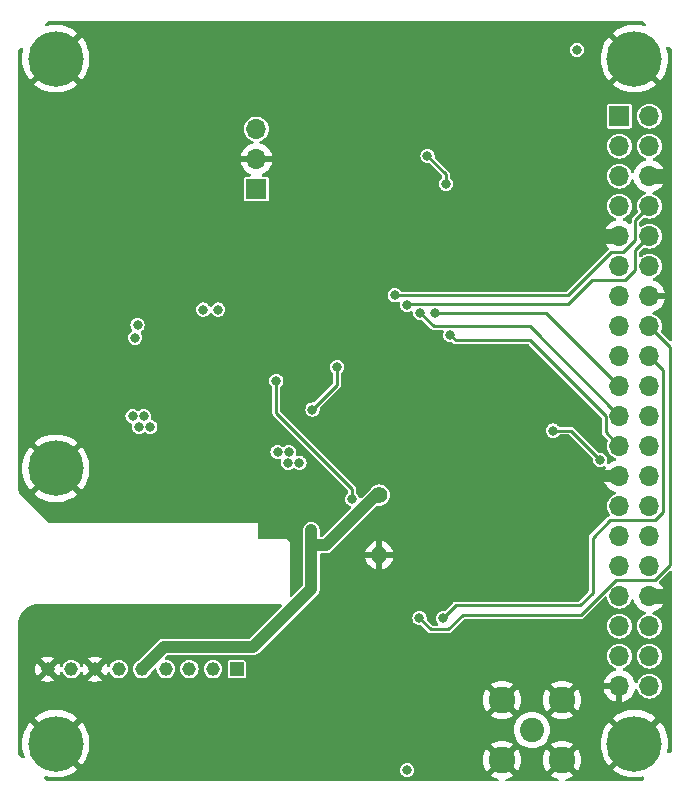
<source format=gbl>
%TF.GenerationSoftware,KiCad,Pcbnew,8.0.8*%
%TF.CreationDate,2025-03-18T16:59:42-07:00*%
%TF.ProjectId,RPi_interface,5250695f-696e-4746-9572-666163652e6b,1.2*%
%TF.SameCoordinates,Original*%
%TF.FileFunction,Copper,L4,Bot*%
%TF.FilePolarity,Positive*%
%FSLAX46Y46*%
G04 Gerber Fmt 4.6, Leading zero omitted, Abs format (unit mm)*
G04 Created by KiCad (PCBNEW 8.0.8) date 2025-03-18 16:59:42*
%MOMM*%
%LPD*%
G01*
G04 APERTURE LIST*
%TA.AperFunction,ComponentPad*%
%ADD10C,4.700000*%
%TD*%
%TA.AperFunction,ComponentPad*%
%ADD11R,1.150000X1.150000*%
%TD*%
%TA.AperFunction,ComponentPad*%
%ADD12C,1.150000*%
%TD*%
%TA.AperFunction,ComponentPad*%
%ADD13O,1.400000X1.400000*%
%TD*%
%TA.AperFunction,ComponentPad*%
%ADD14C,1.400000*%
%TD*%
%TA.AperFunction,ComponentPad*%
%ADD15C,2.050000*%
%TD*%
%TA.AperFunction,ComponentPad*%
%ADD16C,2.250000*%
%TD*%
%TA.AperFunction,ComponentPad*%
%ADD17R,1.700000X1.700000*%
%TD*%
%TA.AperFunction,ComponentPad*%
%ADD18O,1.700000X1.700000*%
%TD*%
%TA.AperFunction,ViaPad*%
%ADD19C,0.800000*%
%TD*%
%TA.AperFunction,Conductor*%
%ADD20C,1.270000*%
%TD*%
%TA.AperFunction,Conductor*%
%ADD21C,1.000000*%
%TD*%
%TA.AperFunction,Conductor*%
%ADD22C,0.250000*%
%TD*%
G04 APERTURE END LIST*
D10*
%TO.P,H5,1,1*%
%TO.N,GND*%
X93500000Y-86200000D03*
%TD*%
D11*
%TO.P,J2,1,1*%
%TO.N,TX*%
X108825000Y-103200000D03*
D12*
%TO.P,J2,2,2*%
%TO.N,RX*%
X106824999Y-103200000D03*
%TO.P,J2,3,3*%
%TO.N,ENAB_RPI*%
X104825000Y-103200000D03*
%TO.P,J2,4,4*%
%TO.N,RPI_RST*%
X102824999Y-103200000D03*
%TO.P,J2,5,5*%
%TO.N,PyCubed_SENSE*%
X100825001Y-103200000D03*
%TO.P,J2,6,6*%
%TO.N,PYCUBED_3V3*%
X98825000Y-103200000D03*
%TO.P,J2,7,7*%
%TO.N,GND*%
X96825001Y-103200000D03*
%TO.P,J2,8,8*%
%TO.N,VBATT*%
X94825000Y-103200000D03*
%TO.P,J2,9,9*%
%TO.N,GND*%
X92824999Y-103200000D03*
%TD*%
D10*
%TO.P,H2,1,1*%
%TO.N,GND*%
X142500000Y-51500000D03*
%TD*%
%TO.P,H4,1,1*%
%TO.N,GND*%
X142500000Y-109500000D03*
%TD*%
%TO.P,H1,1,1*%
%TO.N,GND*%
X93500000Y-51500000D03*
%TD*%
D13*
%TO.P,TH1,2*%
%TO.N,GND*%
X120900000Y-93540000D03*
D14*
%TO.P,TH1,1*%
%TO.N,PyCubed_SENSE*%
X120900000Y-88460000D03*
%TD*%
D10*
%TO.P,H3,1,1*%
%TO.N,GND*%
X93500000Y-109500000D03*
%TD*%
D15*
%TO.P,J4,1,In*%
%TO.N,Net-(J4-In)*%
X133830000Y-108335000D03*
D16*
%TO.P,J4,2,Ext*%
%TO.N,GND*%
X131290000Y-105795000D03*
X131290000Y-110875000D03*
X136370000Y-105795000D03*
X136370000Y-110875000D03*
%TD*%
D17*
%TO.P,J3,1,Pin_1*%
%TO.N,Net-(J3-Pin_1)*%
X110500000Y-62540000D03*
D18*
%TO.P,J3,2,Pin_2*%
%TO.N,GND*%
X110500000Y-60000000D03*
%TO.P,J3,3,Pin_3*%
%TO.N,unconnected-(J3-Pin_3-Pad3)*%
X110500000Y-57460000D03*
%TD*%
D17*
%TO.P,J1,1,Pin_1*%
%TO.N,+3V3*%
X141230000Y-56370000D03*
D18*
%TO.P,J1,2,Pin_2*%
%TO.N,5V*%
X143770000Y-56370000D03*
%TO.P,J1,3,Pin_3*%
%TO.N,unconnected-(J1-Pin_3-Pad3)*%
X141230000Y-58910000D03*
%TO.P,J1,4,Pin_4*%
%TO.N,5V*%
X143770000Y-58910000D03*
%TO.P,J1,5,Pin_5*%
%TO.N,unconnected-(J1-Pin_5-Pad5)*%
X141230000Y-61450000D03*
%TO.P,J1,6,Pin_6*%
%TO.N,GND*%
X143770000Y-61450000D03*
%TO.P,J1,7,Pin_7*%
%TO.N,unconnected-(J1-Pin_7-Pad7)*%
X141230000Y-63990000D03*
%TO.P,J1,8,Pin_8*%
%TO.N,TX*%
X143770000Y-63990000D03*
%TO.P,J1,9,Pin_9*%
%TO.N,GND*%
X141230000Y-66530000D03*
%TO.P,J1,10,Pin_10*%
%TO.N,RX*%
X143770000Y-66530000D03*
%TO.P,J1,11,Pin_11*%
%TO.N,unconnected-(J1-Pin_11-Pad11)*%
X141230000Y-69070000D03*
%TO.P,J1,12,Pin_12*%
%TO.N,unconnected-(J1-Pin_12-Pad12)*%
X143770000Y-69070000D03*
%TO.P,J1,13,Pin_13*%
%TO.N,ENAB_RF*%
X141230000Y-71610000D03*
%TO.P,J1,14,Pin_14*%
%TO.N,GND*%
X143770000Y-71610000D03*
%TO.P,J1,15,Pin_15*%
%TO.N,RF_RST*%
X141230000Y-74150000D03*
%TO.P,J1,16,Pin_16*%
%TO.N,RF_TX_EN*%
X143770000Y-74150000D03*
%TO.P,J1,17,Pin_17*%
%TO.N,unconnected-(J1-Pin_17-Pad17)*%
X141230000Y-76690000D03*
%TO.P,J1,18,Pin_18*%
%TO.N,RF_RX_EN*%
X143770000Y-76690000D03*
%TO.P,J1,19,Pin_19*%
%TO.N,MOSI*%
X141230000Y-79230000D03*
%TO.P,J1,20,Pin_20*%
%TO.N,GND*%
X143770000Y-79230000D03*
%TO.P,J1,21,Pin_21*%
%TO.N,MISO*%
X141230000Y-81770000D03*
%TO.P,J1,22,Pin_22*%
%TO.N,TCXO_EN*%
X143770000Y-81770000D03*
%TO.P,J1,23,Pin_23*%
%TO.N,SCLK*%
X141230000Y-84310000D03*
%TO.P,J1,24,Pin_24*%
%TO.N,unconnected-(J1-Pin_24-Pad24)*%
X143770000Y-84310000D03*
%TO.P,J1,25,Pin_25*%
%TO.N,GND*%
X141230000Y-86850000D03*
%TO.P,J1,26,Pin_26*%
%TO.N,unconnected-(J1-Pin_26-Pad26)*%
X143770000Y-86850000D03*
%TO.P,J1,27,Pin_27*%
%TO.N,unconnected-(J1-Pin_27-Pad27)*%
X141230000Y-89390000D03*
%TO.P,J1,28,Pin_28*%
%TO.N,unconnected-(J1-Pin_28-Pad28)*%
X143770000Y-89390000D03*
%TO.P,J1,29,Pin_29*%
%TO.N,RF_CS*%
X141230000Y-91930000D03*
%TO.P,J1,30,Pin_30*%
%TO.N,GND*%
X143770000Y-91930000D03*
%TO.P,J1,31,Pin_31*%
%TO.N,unconnected-(J1-Pin_31-Pad31)*%
X141230000Y-94470000D03*
%TO.P,J1,32,Pin_32*%
%TO.N,unconnected-(J1-Pin_32-Pad32)*%
X143770000Y-94470000D03*
%TO.P,J1,33,Pin_33*%
%TO.N,unconnected-(J1-Pin_33-Pad33)*%
X141230000Y-97010000D03*
%TO.P,J1,34,Pin_34*%
%TO.N,GND*%
X143770000Y-97010000D03*
%TO.P,J1,35,Pin_35*%
%TO.N,RF_IO1*%
X141230000Y-99550000D03*
%TO.P,J1,36,Pin_36*%
%TO.N,unconnected-(J1-Pin_36-Pad36)*%
X143770000Y-99550000D03*
%TO.P,J1,37,Pin_37*%
%TO.N,RF_BUSY*%
X141230000Y-102090000D03*
%TO.P,J1,38,Pin_38*%
%TO.N,RF_IO2*%
X143770000Y-102090000D03*
%TO.P,J1,39,Pin_39*%
%TO.N,GND*%
X141230000Y-104630000D03*
%TO.P,J1,40,Pin_40*%
%TO.N,RF_IO3*%
X143770000Y-104630000D03*
%TD*%
D19*
%TO.N,GND*%
X109010000Y-83625000D03*
X131175000Y-64800000D03*
X97400000Y-101000000D03*
X130135000Y-88410000D03*
X129185000Y-88410000D03*
X117375000Y-59150000D03*
X129185000Y-89285000D03*
X106686341Y-77163659D03*
X97400000Y-101800000D03*
X98000000Y-111000000D03*
X98000000Y-112000000D03*
X107561341Y-74288659D03*
X132050000Y-64800000D03*
X131085000Y-89285000D03*
X93600000Y-99400000D03*
X97000000Y-108000000D03*
X92600000Y-100600000D03*
X109885000Y-83625000D03*
X131175000Y-63850000D03*
X130350000Y-54125000D03*
X107561341Y-75238659D03*
X105811341Y-74288659D03*
X138900000Y-68250000D03*
X126300000Y-55325000D03*
X125425000Y-54375000D03*
X117636341Y-82013659D03*
X97000000Y-110000000D03*
X110325000Y-79000000D03*
X124550000Y-54375000D03*
X124550000Y-52450000D03*
X106686341Y-74288659D03*
X97400000Y-100200000D03*
X97000000Y-112000000D03*
X132925000Y-63850000D03*
X96400000Y-101000000D03*
X132050000Y-63850000D03*
X131300000Y-54125000D03*
X132250000Y-55000000D03*
X130135000Y-89285000D03*
X117375000Y-60100000D03*
X131085000Y-88410000D03*
X126300000Y-52450000D03*
X99000000Y-110000000D03*
X99000000Y-111000000D03*
X109450000Y-79950000D03*
X129185000Y-90160000D03*
X98000000Y-108000000D03*
X133225000Y-55875000D03*
X119725000Y-67600000D03*
X120600000Y-67600000D03*
X125425000Y-52450000D03*
X110325000Y-79950000D03*
X108575000Y-79950000D03*
X132250000Y-55875000D03*
X99000000Y-108000000D03*
X96400000Y-101800000D03*
X98000000Y-109000000D03*
X99000000Y-109000000D03*
X105811341Y-77163659D03*
X107561341Y-77163659D03*
X91600000Y-100600000D03*
X99650000Y-85675000D03*
X97000000Y-111000000D03*
X130350000Y-55875000D03*
X131085000Y-90160000D03*
X98775000Y-84725000D03*
X120600000Y-66650000D03*
X99650000Y-84725000D03*
X130350000Y-55000000D03*
X126300000Y-54375000D03*
X107561341Y-76188659D03*
X116500000Y-60100000D03*
X110760000Y-83625000D03*
X109010000Y-84600000D03*
X91600000Y-99400000D03*
X121475000Y-66650000D03*
X110760000Y-84600000D03*
X93600000Y-100600000D03*
X130135000Y-90160000D03*
X131300000Y-55875000D03*
X105811341Y-75238659D03*
X92600000Y-99400000D03*
X119725000Y-66650000D03*
X124550000Y-55325000D03*
X109450000Y-79000000D03*
X109885000Y-84600000D03*
X126300000Y-53425000D03*
X106686341Y-75238659D03*
X133225000Y-54125000D03*
X108575000Y-79000000D03*
X97000000Y-107000000D03*
X97000000Y-109000000D03*
X132925000Y-64800000D03*
X125425000Y-55325000D03*
X105811341Y-76188659D03*
X124550000Y-53425000D03*
X98000000Y-107000000D03*
X125425000Y-53425000D03*
X131300000Y-55000000D03*
X106686341Y-76188659D03*
X115625000Y-60100000D03*
X132060000Y-90160000D03*
X98000000Y-110000000D03*
X98775000Y-85675000D03*
X132060000Y-88410000D03*
X96400000Y-100200000D03*
X132060000Y-89285000D03*
X121475000Y-67600000D03*
X116500000Y-59150000D03*
X115625000Y-59150000D03*
X99000000Y-107000000D03*
X99000000Y-112000000D03*
X132250000Y-54125000D03*
X133225000Y-55000000D03*
X117636341Y-80013659D03*
%TO.N,5V*%
X100961341Y-81788659D03*
X113236341Y-84813659D03*
X100427500Y-74052500D03*
X106000000Y-72750000D03*
X100236341Y-75125000D03*
X114136341Y-85713659D03*
X107250000Y-72750000D03*
X101511341Y-82688659D03*
X112286341Y-84813659D03*
X137625000Y-50750000D03*
X100011341Y-81788659D03*
X123250000Y-111750000D03*
X100561341Y-82688659D03*
X113186341Y-85713659D03*
%TO.N,Net-(U1-VREG5)*%
X115236341Y-81213659D03*
X117336341Y-77613659D03*
%TO.N,TX*%
X122200000Y-71550000D03*
%TO.N,RX*%
X123250000Y-72374156D03*
%TO.N,RF_TX_EN*%
X124300000Y-98875000D03*
%TO.N,RF_RX_EN*%
X126300000Y-98875000D03*
%TO.N,MOSI*%
X125625000Y-73025000D03*
%TO.N,MISO*%
X124360000Y-73010000D03*
%TO.N,TCXO_EN*%
X126540000Y-62110000D03*
X124975000Y-59725000D03*
%TO.N,SCLK*%
X126900000Y-74900000D03*
%TO.N,RF_CS*%
X139600000Y-85475000D03*
X135600500Y-83000000D03*
%TO.N,PyCubed_SENSE*%
X115150000Y-91450000D03*
%TO.N,ENAB_RPI*%
X112179541Y-78790000D03*
X118600000Y-88800000D03*
%TD*%
D20*
%TO.N,GND*%
X143770000Y-97010000D02*
X144910000Y-97010000D01*
X143770000Y-61450000D02*
X144900000Y-61450000D01*
D21*
X141230000Y-86850000D02*
X138825000Y-86850000D01*
D20*
X141230000Y-66530000D02*
X139680000Y-66530000D01*
D22*
%TO.N,Net-(U1-VREG5)*%
X117336341Y-77613659D02*
X117336341Y-79113659D01*
X117336341Y-79113659D02*
X115236341Y-81213659D01*
%TO.N,TX*%
X142585000Y-66836701D02*
X142585000Y-65175000D01*
X141526701Y-67895000D02*
X142585000Y-66836701D01*
X136875000Y-71550000D02*
X140530000Y-67895000D01*
X122200000Y-71550000D02*
X136875000Y-71550000D01*
X140530000Y-67895000D02*
X141526701Y-67895000D01*
X142585000Y-65175000D02*
X143770000Y-63990000D01*
%TO.N,RX*%
X142575000Y-67725000D02*
X143770000Y-66530000D01*
X136905000Y-72275000D02*
X123349156Y-72275000D01*
X136905000Y-72275000D02*
X138935000Y-70245000D01*
X138935000Y-70245000D02*
X141716701Y-70245000D01*
X141716701Y-70245000D02*
X142575000Y-69386701D01*
X123349156Y-72275000D02*
X123250000Y-72374156D01*
X142575000Y-69386701D02*
X142575000Y-67725000D01*
%TO.N,RF_TX_EN*%
X124300000Y-98875000D02*
X125250000Y-99825000D01*
X144256701Y-95645000D02*
X145550000Y-94351701D01*
X125250000Y-99825000D02*
X126750000Y-99825000D01*
X140933299Y-95645000D02*
X144256701Y-95645000D01*
X145550000Y-75930000D02*
X143770000Y-74150000D01*
X126750000Y-99825000D02*
X127975000Y-98600000D01*
X145550000Y-94351701D02*
X145550000Y-75930000D01*
X127975000Y-98600000D02*
X137978299Y-98600000D01*
X137978299Y-98600000D02*
X140933299Y-95645000D01*
%TO.N,RF_RX_EN*%
X138950000Y-96725000D02*
X138950000Y-92050000D01*
X137875000Y-97800000D02*
X138950000Y-96725000D01*
X138950000Y-92050000D02*
X140435000Y-90565000D01*
X144945000Y-77865000D02*
X143770000Y-76690000D01*
X127375000Y-97800000D02*
X137875000Y-97800000D01*
X144945000Y-89876701D02*
X144945000Y-77865000D01*
X126300000Y-98875000D02*
X127375000Y-97800000D01*
X144256701Y-90565000D02*
X144945000Y-89876701D01*
X140435000Y-90565000D02*
X144256701Y-90565000D01*
%TO.N,MOSI*%
X125625000Y-73025000D02*
X135025000Y-73025000D01*
X135025000Y-73025000D02*
X141230000Y-79230000D01*
%TO.N,MISO*%
X133635000Y-74175000D02*
X141230000Y-81770000D01*
X125525000Y-74175000D02*
X133635000Y-74175000D01*
X124360000Y-73010000D02*
X125525000Y-74175000D01*
%TO.N,TCXO_EN*%
X126540000Y-62110000D02*
X126540000Y-61290000D01*
X126540000Y-61290000D02*
X124975000Y-59725000D01*
%TO.N,SCLK*%
X140055000Y-81730000D02*
X140055000Y-83155000D01*
X126900000Y-74900000D02*
X127350000Y-75350000D01*
X133675000Y-75350000D02*
X140055000Y-81730000D01*
X140055000Y-83155000D02*
X141210000Y-84310000D01*
X141210000Y-84310000D02*
X141230000Y-84310000D01*
X127350000Y-75350000D02*
X133675000Y-75350000D01*
%TO.N,RF_CS*%
X137125000Y-83000000D02*
X139600000Y-85475000D01*
X135600500Y-83000000D02*
X137125000Y-83000000D01*
D21*
%TO.N,PyCubed_SENSE*%
X120615000Y-88460000D02*
X120900000Y-88460000D01*
X115150000Y-92675000D02*
X115150000Y-91450000D01*
X100900000Y-103100000D02*
X102700000Y-101300000D01*
X110231371Y-101300000D02*
X115150000Y-96381371D01*
X115150000Y-96381371D02*
X115150000Y-92675000D01*
X115150000Y-92675000D02*
X116400000Y-92675000D01*
X102700000Y-101300000D02*
X110231371Y-101300000D01*
X116400000Y-92675000D02*
X120615000Y-88460000D01*
D22*
%TO.N,ENAB_RPI*%
X112179541Y-81506859D02*
X118600000Y-87927318D01*
X118600000Y-87927318D02*
X118600000Y-88800000D01*
X112179541Y-78790000D02*
X112179541Y-81506859D01*
%TD*%
%TA.AperFunction,Conductor*%
%TO.N,GND*%
G36*
X142995043Y-48300694D02*
G01*
X143167512Y-48310380D01*
X143233340Y-48333791D01*
X143247852Y-48346117D01*
X143473237Y-48569525D01*
X143506992Y-48630700D01*
X143502315Y-48700413D01*
X143460690Y-48756531D01*
X143395334Y-48781236D01*
X143343534Y-48774114D01*
X143318792Y-48765109D01*
X143318765Y-48765100D01*
X142995751Y-48688543D01*
X142995736Y-48688541D01*
X142665987Y-48650000D01*
X142334013Y-48650000D01*
X142004263Y-48688541D01*
X142004248Y-48688543D01*
X141681234Y-48765100D01*
X141681213Y-48765107D01*
X141369258Y-48878649D01*
X141369252Y-48878652D01*
X141072588Y-49027643D01*
X140795215Y-49210074D01*
X140669290Y-49315736D01*
X140669289Y-49315737D01*
X141738282Y-50384729D01*
X141620534Y-50470278D01*
X141470278Y-50620534D01*
X141384729Y-50738281D01*
X140312358Y-49665910D01*
X140312357Y-49665910D01*
X140114827Y-49931239D01*
X139948833Y-50218750D01*
X139948827Y-50218763D01*
X139817336Y-50523591D01*
X139722121Y-50841634D01*
X139722118Y-50841648D01*
X139664474Y-51168562D01*
X139664473Y-51168573D01*
X139645170Y-51499996D01*
X139645170Y-51500003D01*
X139664473Y-51831426D01*
X139664474Y-51831437D01*
X139722118Y-52158351D01*
X139722121Y-52158365D01*
X139817336Y-52476408D01*
X139948827Y-52781236D01*
X139948833Y-52781249D01*
X140114824Y-53068756D01*
X140312358Y-53334088D01*
X141384729Y-52261717D01*
X141470278Y-52379466D01*
X141620534Y-52529722D01*
X141738281Y-52615270D01*
X140669289Y-53684261D01*
X140669290Y-53684262D01*
X140795210Y-53789922D01*
X141072588Y-53972356D01*
X141369252Y-54121347D01*
X141369258Y-54121350D01*
X141681213Y-54234892D01*
X141681234Y-54234899D01*
X142004248Y-54311456D01*
X142004263Y-54311458D01*
X142334012Y-54349999D01*
X142334013Y-54350000D01*
X142665987Y-54350000D01*
X142665987Y-54349999D01*
X142995736Y-54311458D01*
X142995751Y-54311456D01*
X143318765Y-54234899D01*
X143318786Y-54234892D01*
X143630741Y-54121350D01*
X143630747Y-54121347D01*
X143927411Y-53972356D01*
X144204783Y-53789926D01*
X144204785Y-53789925D01*
X144330708Y-53684262D01*
X144330709Y-53684261D01*
X143261718Y-52615270D01*
X143379466Y-52529722D01*
X143529722Y-52379466D01*
X143615270Y-52261717D01*
X144687640Y-53334088D01*
X144885175Y-53068756D01*
X145051166Y-52781249D01*
X145051172Y-52781236D01*
X145182663Y-52476408D01*
X145277878Y-52158365D01*
X145277881Y-52158351D01*
X145335525Y-51831437D01*
X145335526Y-51831426D01*
X145354830Y-51500003D01*
X145354830Y-51499996D01*
X145335526Y-51168573D01*
X145335525Y-51168562D01*
X145277881Y-50841648D01*
X145277879Y-50841639D01*
X145211726Y-50620672D01*
X145211357Y-50550803D01*
X145248820Y-50491826D01*
X145312221Y-50462465D01*
X145381431Y-50472043D01*
X145417811Y-50497041D01*
X145651853Y-50729030D01*
X145685608Y-50790205D01*
X145688364Y-50810144D01*
X145699305Y-51004955D01*
X145699500Y-51011908D01*
X145699500Y-75319811D01*
X145679815Y-75386850D01*
X145627011Y-75432605D01*
X145557853Y-75442549D01*
X145494297Y-75413524D01*
X145487819Y-75407492D01*
X144771321Y-74690994D01*
X144737836Y-74629671D01*
X144742820Y-74559979D01*
X144744448Y-74555843D01*
X144745223Y-74553969D01*
X144745232Y-74553954D01*
X144805300Y-74355934D01*
X144825583Y-74150000D01*
X144805300Y-73944066D01*
X144745232Y-73746046D01*
X144647685Y-73563550D01*
X144568823Y-73467456D01*
X144516410Y-73403589D01*
X144356452Y-73272317D01*
X144356453Y-73272317D01*
X144356450Y-73272315D01*
X144173954Y-73174768D01*
X144107447Y-73154593D01*
X144049009Y-73116296D01*
X144020553Y-73052484D01*
X144031113Y-72983417D01*
X144077337Y-72931023D01*
X144111350Y-72916158D01*
X144233483Y-72883433D01*
X144233492Y-72883429D01*
X144447578Y-72783600D01*
X144641082Y-72648105D01*
X144808105Y-72481082D01*
X144943600Y-72287578D01*
X145043429Y-72073492D01*
X145043432Y-72073486D01*
X145100636Y-71860000D01*
X144203012Y-71860000D01*
X144235925Y-71802993D01*
X144270000Y-71675826D01*
X144270000Y-71544174D01*
X144235925Y-71417007D01*
X144203012Y-71360000D01*
X145100636Y-71360000D01*
X145100635Y-71359999D01*
X145043432Y-71146513D01*
X145043429Y-71146507D01*
X144943600Y-70932422D01*
X144943599Y-70932420D01*
X144808113Y-70738926D01*
X144808108Y-70738920D01*
X144641082Y-70571894D01*
X144447578Y-70436399D01*
X144233492Y-70336570D01*
X144233486Y-70336567D01*
X144111349Y-70303841D01*
X144051689Y-70267476D01*
X144021160Y-70204629D01*
X144029455Y-70135253D01*
X144073940Y-70081375D01*
X144107444Y-70065407D01*
X144173954Y-70045232D01*
X144356450Y-69947685D01*
X144516410Y-69816410D01*
X144647685Y-69656450D01*
X144745232Y-69473954D01*
X144805300Y-69275934D01*
X144825583Y-69070000D01*
X144805300Y-68864066D01*
X144745232Y-68666046D01*
X144647685Y-68483550D01*
X144581996Y-68403507D01*
X144516410Y-68323589D01*
X144356452Y-68192317D01*
X144356453Y-68192317D01*
X144356450Y-68192315D01*
X144173954Y-68094768D01*
X143975934Y-68034700D01*
X143975932Y-68034699D01*
X143975934Y-68034699D01*
X143770000Y-68014417D01*
X143564067Y-68034699D01*
X143388692Y-68087898D01*
X143367296Y-68094389D01*
X143366043Y-68094769D01*
X143255898Y-68153643D01*
X143183550Y-68192315D01*
X143183548Y-68192316D01*
X143183547Y-68192317D01*
X143103164Y-68258285D01*
X143038854Y-68285597D01*
X142969987Y-68273806D01*
X142918427Y-68226653D01*
X142900500Y-68162431D01*
X142900500Y-67911188D01*
X142920185Y-67844149D01*
X142936815Y-67823511D01*
X143229006Y-67531319D01*
X143290327Y-67497836D01*
X143360018Y-67502820D01*
X143364144Y-67504444D01*
X143366041Y-67505230D01*
X143366043Y-67505230D01*
X143366046Y-67505232D01*
X143564066Y-67565300D01*
X143564065Y-67565300D01*
X143582529Y-67567118D01*
X143770000Y-67585583D01*
X143975934Y-67565300D01*
X144173954Y-67505232D01*
X144356450Y-67407685D01*
X144516410Y-67276410D01*
X144647685Y-67116450D01*
X144745232Y-66933954D01*
X144805300Y-66735934D01*
X144825583Y-66530000D01*
X144805300Y-66324066D01*
X144745232Y-66126046D01*
X144647685Y-65943550D01*
X144572897Y-65852420D01*
X144516410Y-65783589D01*
X144388291Y-65678446D01*
X144356450Y-65652315D01*
X144173954Y-65554768D01*
X143975934Y-65494700D01*
X143975932Y-65494699D01*
X143975934Y-65494699D01*
X143770000Y-65474417D01*
X143564067Y-65494699D01*
X143366043Y-65554769D01*
X143183546Y-65652317D01*
X143113164Y-65710078D01*
X143048854Y-65737390D01*
X142979986Y-65725598D01*
X142928427Y-65678446D01*
X142910500Y-65614224D01*
X142910500Y-65361188D01*
X142930185Y-65294149D01*
X142946815Y-65273511D01*
X143229006Y-64991319D01*
X143290327Y-64957836D01*
X143360018Y-64962820D01*
X143364144Y-64964444D01*
X143366041Y-64965230D01*
X143366043Y-64965230D01*
X143366046Y-64965232D01*
X143564066Y-65025300D01*
X143564065Y-65025300D01*
X143582529Y-65027118D01*
X143770000Y-65045583D01*
X143975934Y-65025300D01*
X144173954Y-64965232D01*
X144356450Y-64867685D01*
X144516410Y-64736410D01*
X144647685Y-64576450D01*
X144745232Y-64393954D01*
X144805300Y-64195934D01*
X144825583Y-63990000D01*
X144805300Y-63784066D01*
X144745232Y-63586046D01*
X144647685Y-63403550D01*
X144595702Y-63340209D01*
X144516410Y-63243589D01*
X144356452Y-63112317D01*
X144356453Y-63112317D01*
X144356450Y-63112315D01*
X144173954Y-63014768D01*
X144107447Y-62994593D01*
X144049009Y-62956296D01*
X144020553Y-62892484D01*
X144031113Y-62823417D01*
X144077337Y-62771023D01*
X144111350Y-62756158D01*
X144233483Y-62723433D01*
X144233492Y-62723429D01*
X144447578Y-62623600D01*
X144641082Y-62488105D01*
X144808105Y-62321082D01*
X144943600Y-62127578D01*
X145043429Y-61913492D01*
X145043432Y-61913486D01*
X145100636Y-61700000D01*
X144203012Y-61700000D01*
X144235925Y-61642993D01*
X144270000Y-61515826D01*
X144270000Y-61384174D01*
X144235925Y-61257007D01*
X144203012Y-61200000D01*
X145100636Y-61200000D01*
X145100635Y-61199999D01*
X145043432Y-60986513D01*
X145043429Y-60986507D01*
X144943600Y-60772422D01*
X144943599Y-60772420D01*
X144808113Y-60578926D01*
X144808108Y-60578920D01*
X144641082Y-60411894D01*
X144447578Y-60276399D01*
X144233492Y-60176570D01*
X144233486Y-60176567D01*
X144111349Y-60143841D01*
X144051689Y-60107476D01*
X144021160Y-60044629D01*
X144029455Y-59975253D01*
X144073940Y-59921375D01*
X144107444Y-59905407D01*
X144173954Y-59885232D01*
X144356450Y-59787685D01*
X144516410Y-59656410D01*
X144647685Y-59496450D01*
X144745232Y-59313954D01*
X144805300Y-59115934D01*
X144825583Y-58910000D01*
X144805300Y-58704066D01*
X144745232Y-58506046D01*
X144647685Y-58323550D01*
X144595702Y-58260209D01*
X144516410Y-58163589D01*
X144373676Y-58046452D01*
X144356450Y-58032315D01*
X144173954Y-57934768D01*
X143975934Y-57874700D01*
X143975932Y-57874699D01*
X143975934Y-57874699D01*
X143770000Y-57854417D01*
X143564067Y-57874699D01*
X143366043Y-57934769D01*
X143255898Y-57993643D01*
X143183550Y-58032315D01*
X143183548Y-58032316D01*
X143183547Y-58032317D01*
X143023589Y-58163589D01*
X142892317Y-58323547D01*
X142892315Y-58323550D01*
X142884760Y-58337685D01*
X142794769Y-58506043D01*
X142734699Y-58704067D01*
X142714417Y-58910000D01*
X142734699Y-59115932D01*
X142741987Y-59139956D01*
X142794768Y-59313954D01*
X142892315Y-59496450D01*
X142923193Y-59534075D01*
X143023589Y-59656410D01*
X143107165Y-59724998D01*
X143183550Y-59787685D01*
X143366046Y-59885232D01*
X143432551Y-59905405D01*
X143490989Y-59943702D01*
X143519446Y-60007514D01*
X143508887Y-60076581D01*
X143462663Y-60128975D01*
X143428650Y-60143841D01*
X143306514Y-60176567D01*
X143306507Y-60176570D01*
X143092422Y-60276399D01*
X143092420Y-60276400D01*
X142898926Y-60411886D01*
X142898920Y-60411891D01*
X142731891Y-60578920D01*
X142731886Y-60578926D01*
X142596400Y-60772420D01*
X142596399Y-60772422D01*
X142496570Y-60986507D01*
X142496567Y-60986514D01*
X142463841Y-61108650D01*
X142427476Y-61168310D01*
X142364629Y-61198839D01*
X142295253Y-61190544D01*
X142241375Y-61146059D01*
X142225406Y-61112553D01*
X142205232Y-61046046D01*
X142107685Y-60863550D01*
X142032897Y-60772420D01*
X141976410Y-60703589D01*
X141858677Y-60606969D01*
X141816450Y-60572315D01*
X141633954Y-60474768D01*
X141435934Y-60414700D01*
X141435932Y-60414699D01*
X141435934Y-60414699D01*
X141230000Y-60394417D01*
X141024067Y-60414699D01*
X140826043Y-60474769D01*
X140715898Y-60533643D01*
X140643550Y-60572315D01*
X140643548Y-60572316D01*
X140643547Y-60572317D01*
X140483589Y-60703589D01*
X140352317Y-60863547D01*
X140254769Y-61046043D01*
X140194699Y-61244067D01*
X140174417Y-61450000D01*
X140194699Y-61655932D01*
X140199042Y-61670249D01*
X140254768Y-61853954D01*
X140352315Y-62036450D01*
X140352317Y-62036452D01*
X140483589Y-62196410D01*
X140569312Y-62266760D01*
X140643550Y-62327685D01*
X140826046Y-62425232D01*
X141024066Y-62485300D01*
X141024065Y-62485300D01*
X141042529Y-62487118D01*
X141230000Y-62505583D01*
X141435934Y-62485300D01*
X141633954Y-62425232D01*
X141816450Y-62327685D01*
X141976410Y-62196410D01*
X142107685Y-62036450D01*
X142205232Y-61853954D01*
X142225406Y-61787446D01*
X142263702Y-61729010D01*
X142327514Y-61700553D01*
X142396581Y-61711112D01*
X142448975Y-61757336D01*
X142463841Y-61791349D01*
X142496567Y-61913486D01*
X142496570Y-61913492D01*
X142596399Y-62127578D01*
X142731894Y-62321082D01*
X142898917Y-62488105D01*
X143092421Y-62623600D01*
X143306507Y-62723429D01*
X143306516Y-62723433D01*
X143428649Y-62756158D01*
X143488310Y-62792523D01*
X143518839Y-62855369D01*
X143510545Y-62924745D01*
X143466059Y-62978623D01*
X143432552Y-62994593D01*
X143366046Y-63014767D01*
X143235358Y-63084622D01*
X143183550Y-63112315D01*
X143183548Y-63112316D01*
X143183547Y-63112317D01*
X143023589Y-63243589D01*
X142892317Y-63403547D01*
X142794769Y-63586043D01*
X142734699Y-63784067D01*
X142714417Y-63990000D01*
X142734699Y-64195932D01*
X142794769Y-64393958D01*
X142795561Y-64395869D01*
X142795677Y-64396949D01*
X142796537Y-64399784D01*
X142795999Y-64399947D01*
X142803024Y-64465339D01*
X142771744Y-64527816D01*
X142768677Y-64530994D01*
X142324537Y-64975135D01*
X142324533Y-64975141D01*
X142281681Y-65049361D01*
X142281682Y-65049362D01*
X142259500Y-65132147D01*
X142259500Y-65364616D01*
X142239815Y-65431655D01*
X142187011Y-65477410D01*
X142117853Y-65487354D01*
X142064376Y-65466191D01*
X141907578Y-65356400D01*
X141693492Y-65256570D01*
X141693486Y-65256567D01*
X141571349Y-65223841D01*
X141511689Y-65187476D01*
X141481160Y-65124629D01*
X141489455Y-65055253D01*
X141533940Y-65001375D01*
X141567444Y-64985407D01*
X141633954Y-64965232D01*
X141816450Y-64867685D01*
X141976410Y-64736410D01*
X142107685Y-64576450D01*
X142205232Y-64393954D01*
X142265300Y-64195934D01*
X142285583Y-63990000D01*
X142265300Y-63784066D01*
X142205232Y-63586046D01*
X142107685Y-63403550D01*
X142055702Y-63340209D01*
X141976410Y-63243589D01*
X141816452Y-63112317D01*
X141816453Y-63112317D01*
X141816450Y-63112315D01*
X141633954Y-63014768D01*
X141435934Y-62954700D01*
X141435932Y-62954699D01*
X141435934Y-62954699D01*
X141230000Y-62934417D01*
X141024067Y-62954699D01*
X140848692Y-63007898D01*
X140826050Y-63014767D01*
X140826043Y-63014769D01*
X140715898Y-63073643D01*
X140643550Y-63112315D01*
X140643548Y-63112316D01*
X140643547Y-63112317D01*
X140483589Y-63243589D01*
X140352317Y-63403547D01*
X140254769Y-63586043D01*
X140194699Y-63784067D01*
X140174417Y-63990000D01*
X140194699Y-64195932D01*
X140194700Y-64195934D01*
X140254768Y-64393954D01*
X140352315Y-64576450D01*
X140352317Y-64576452D01*
X140483589Y-64736410D01*
X140580209Y-64815702D01*
X140643550Y-64867685D01*
X140812209Y-64957836D01*
X140821533Y-64962820D01*
X140826046Y-64965232D01*
X140892551Y-64985405D01*
X140950989Y-65023702D01*
X140979446Y-65087514D01*
X140968887Y-65156581D01*
X140922663Y-65208975D01*
X140888650Y-65223841D01*
X140766514Y-65256567D01*
X140766507Y-65256570D01*
X140552422Y-65356399D01*
X140552420Y-65356400D01*
X140358926Y-65491886D01*
X140358920Y-65491891D01*
X140191891Y-65658920D01*
X140191886Y-65658926D01*
X140056400Y-65852420D01*
X140056399Y-65852422D01*
X139956570Y-66066507D01*
X139956567Y-66066513D01*
X139899364Y-66279999D01*
X139899364Y-66280000D01*
X140796988Y-66280000D01*
X140764075Y-66337007D01*
X140730000Y-66464174D01*
X140730000Y-66595826D01*
X140764075Y-66722993D01*
X140796988Y-66780000D01*
X139899364Y-66780000D01*
X139956567Y-66993486D01*
X139956570Y-66993492D01*
X140056399Y-67207578D01*
X140191894Y-67401082D01*
X140290061Y-67499249D01*
X140323546Y-67560572D01*
X140318562Y-67630264D01*
X140290063Y-67674609D01*
X140269537Y-67695136D01*
X136776492Y-71188181D01*
X136715169Y-71221666D01*
X136688811Y-71224500D01*
X122768299Y-71224500D01*
X122701260Y-71204815D01*
X122669923Y-71175986D01*
X122628283Y-71121719D01*
X122628282Y-71121718D01*
X122502841Y-71025464D01*
X122498220Y-71023550D01*
X122356762Y-70964956D01*
X122356760Y-70964955D01*
X122200001Y-70944318D01*
X122199999Y-70944318D01*
X122043239Y-70964955D01*
X122043237Y-70964956D01*
X121897160Y-71025463D01*
X121771718Y-71121718D01*
X121675463Y-71247160D01*
X121614956Y-71393237D01*
X121614955Y-71393239D01*
X121594318Y-71549998D01*
X121594318Y-71550001D01*
X121614955Y-71706760D01*
X121614956Y-71706762D01*
X121670275Y-71840315D01*
X121675464Y-71852841D01*
X121771718Y-71978282D01*
X121897159Y-72074536D01*
X122043238Y-72135044D01*
X122113681Y-72144318D01*
X122199999Y-72155682D01*
X122200000Y-72155682D01*
X122200001Y-72155682D01*
X122252254Y-72148802D01*
X122356762Y-72135044D01*
X122495949Y-72077390D01*
X122565415Y-72069922D01*
X122627894Y-72101197D01*
X122663547Y-72161285D01*
X122663268Y-72208974D01*
X122666017Y-72209336D01*
X122644318Y-72374154D01*
X122644318Y-72374157D01*
X122664955Y-72530916D01*
X122664956Y-72530918D01*
X122713496Y-72648105D01*
X122725464Y-72676997D01*
X122821718Y-72802438D01*
X122947159Y-72898692D01*
X123093238Y-72959200D01*
X123171619Y-72969519D01*
X123249999Y-72979838D01*
X123250000Y-72979838D01*
X123250001Y-72979838D01*
X123302254Y-72972958D01*
X123406762Y-72959200D01*
X123552841Y-72898692D01*
X123555753Y-72896456D01*
X123558658Y-72895333D01*
X123559881Y-72894628D01*
X123559990Y-72894818D01*
X123620918Y-72871259D01*
X123689364Y-72885292D01*
X123739357Y-72934101D01*
X123755026Y-73002192D01*
X123754318Y-73009611D01*
X123754318Y-73010001D01*
X123774955Y-73166760D01*
X123774956Y-73166762D01*
X123819597Y-73274536D01*
X123835464Y-73312841D01*
X123931718Y-73438282D01*
X124057159Y-73534536D01*
X124203238Y-73595044D01*
X124231548Y-73598771D01*
X124359999Y-73615682D01*
X124360000Y-73615682D01*
X124360001Y-73615682D01*
X124396025Y-73610939D01*
X124427818Y-73606753D01*
X124496853Y-73617518D01*
X124531685Y-73642011D01*
X125260194Y-74370520D01*
X125260204Y-74370531D01*
X125264534Y-74374861D01*
X125264535Y-74374862D01*
X125325138Y-74435465D01*
X125362250Y-74456891D01*
X125362252Y-74456893D01*
X125390428Y-74473160D01*
X125399361Y-74478318D01*
X125482147Y-74500500D01*
X125567853Y-74500500D01*
X126229922Y-74500500D01*
X126296961Y-74520185D01*
X126342716Y-74572989D01*
X126352660Y-74642147D01*
X126344483Y-74671952D01*
X126314957Y-74743234D01*
X126314955Y-74743239D01*
X126294318Y-74899998D01*
X126294318Y-74900001D01*
X126314955Y-75056760D01*
X126314956Y-75056762D01*
X126343221Y-75125001D01*
X126375464Y-75202841D01*
X126471718Y-75328282D01*
X126597159Y-75424536D01*
X126743238Y-75485044D01*
X126771548Y-75488771D01*
X126899999Y-75505682D01*
X126899999Y-75505681D01*
X126900000Y-75505682D01*
X126967817Y-75496753D01*
X127036852Y-75507518D01*
X127071684Y-75532011D01*
X127150138Y-75610465D01*
X127224361Y-75653318D01*
X127307147Y-75675500D01*
X133488811Y-75675500D01*
X133555850Y-75695185D01*
X133576492Y-75711819D01*
X139693181Y-81828507D01*
X139726666Y-81889830D01*
X139729500Y-81916188D01*
X139729500Y-83197852D01*
X139751682Y-83280640D01*
X139759593Y-83294341D01*
X139794535Y-83354862D01*
X139794537Y-83354864D01*
X140223382Y-83783709D01*
X140256867Y-83845032D01*
X140254362Y-83907385D01*
X140194699Y-84104067D01*
X140174417Y-84310000D01*
X140194699Y-84515932D01*
X140194700Y-84515934D01*
X140254768Y-84713954D01*
X140352315Y-84896450D01*
X140352317Y-84896452D01*
X140483589Y-85056410D01*
X140574136Y-85130719D01*
X140643550Y-85187685D01*
X140826046Y-85285232D01*
X140892551Y-85305405D01*
X140950989Y-85343702D01*
X140979446Y-85407514D01*
X140968887Y-85476581D01*
X140922663Y-85528975D01*
X140888650Y-85543841D01*
X140766514Y-85576567D01*
X140766507Y-85576570D01*
X140552422Y-85676399D01*
X140552420Y-85676400D01*
X140357406Y-85812950D01*
X140291200Y-85835277D01*
X140223433Y-85818267D01*
X140175620Y-85767318D01*
X140162942Y-85698609D01*
X140171723Y-85663921D01*
X140185044Y-85631762D01*
X140198802Y-85527254D01*
X140205682Y-85475001D01*
X140205682Y-85474998D01*
X140191277Y-85365582D01*
X140185044Y-85318238D01*
X140124536Y-85172159D01*
X140028282Y-85046718D01*
X139902841Y-84950464D01*
X139756762Y-84889956D01*
X139756760Y-84889955D01*
X139600001Y-84869318D01*
X139599997Y-84869318D01*
X139532179Y-84878246D01*
X139463144Y-84867480D01*
X139428314Y-84842988D01*
X137324864Y-82739537D01*
X137324863Y-82739536D01*
X137324862Y-82739535D01*
X137287750Y-82718108D01*
X137250640Y-82696682D01*
X137209246Y-82685591D01*
X137167853Y-82674500D01*
X137167852Y-82674500D01*
X136168799Y-82674500D01*
X136101760Y-82654815D01*
X136070423Y-82625986D01*
X136028783Y-82571719D01*
X135976886Y-82531897D01*
X135903341Y-82475464D01*
X135757262Y-82414956D01*
X135757260Y-82414955D01*
X135600501Y-82394318D01*
X135600499Y-82394318D01*
X135443739Y-82414955D01*
X135443737Y-82414956D01*
X135297660Y-82475463D01*
X135172218Y-82571718D01*
X135075963Y-82697160D01*
X135015456Y-82843237D01*
X135015455Y-82843239D01*
X134994818Y-82999998D01*
X134994818Y-83000001D01*
X135015455Y-83156760D01*
X135015456Y-83156762D01*
X135066767Y-83280639D01*
X135075964Y-83302841D01*
X135172218Y-83428282D01*
X135297659Y-83524536D01*
X135443738Y-83585044D01*
X135522119Y-83595363D01*
X135600499Y-83605682D01*
X135600500Y-83605682D01*
X135600501Y-83605682D01*
X135652754Y-83598802D01*
X135757262Y-83585044D01*
X135903341Y-83524536D01*
X136028782Y-83428282D01*
X136070423Y-83374013D01*
X136126851Y-83332811D01*
X136168799Y-83325500D01*
X136938811Y-83325500D01*
X137005850Y-83345185D01*
X137026492Y-83361819D01*
X138967988Y-85303314D01*
X139001473Y-85364637D01*
X139003246Y-85407179D01*
X138994318Y-85474997D01*
X138994318Y-85475001D01*
X139014955Y-85631760D01*
X139014956Y-85631762D01*
X139075464Y-85777841D01*
X139171718Y-85903282D01*
X139297159Y-85999536D01*
X139443238Y-86060044D01*
X139521619Y-86070363D01*
X139599999Y-86080682D01*
X139600000Y-86080682D01*
X139600001Y-86080682D01*
X139652254Y-86073802D01*
X139756762Y-86060044D01*
X139898486Y-86001339D01*
X139967952Y-85993871D01*
X140030431Y-86025146D01*
X140066084Y-86085234D01*
X140063591Y-86155060D01*
X140058318Y-86168305D01*
X139956571Y-86386502D01*
X139956567Y-86386513D01*
X139899364Y-86599999D01*
X139899364Y-86600000D01*
X140796988Y-86600000D01*
X140764075Y-86657007D01*
X140730000Y-86784174D01*
X140730000Y-86915826D01*
X140764075Y-87042993D01*
X140796988Y-87100000D01*
X139899364Y-87100000D01*
X139956567Y-87313486D01*
X139956570Y-87313492D01*
X140056399Y-87527578D01*
X140191894Y-87721082D01*
X140358917Y-87888105D01*
X140552421Y-88023600D01*
X140766507Y-88123429D01*
X140766516Y-88123433D01*
X140888649Y-88156158D01*
X140948310Y-88192523D01*
X140978839Y-88255369D01*
X140970545Y-88324745D01*
X140926059Y-88378623D01*
X140892552Y-88394593D01*
X140826046Y-88414767D01*
X140695358Y-88484622D01*
X140643550Y-88512315D01*
X140643548Y-88512316D01*
X140643547Y-88512317D01*
X140483589Y-88643589D01*
X140352317Y-88803547D01*
X140352315Y-88803550D01*
X140313643Y-88875898D01*
X140254769Y-88986043D01*
X140194699Y-89184067D01*
X140174417Y-89390000D01*
X140194699Y-89595932D01*
X140254769Y-89793956D01*
X140352317Y-89976453D01*
X140414454Y-90052168D01*
X140441766Y-90116478D01*
X140429975Y-90185345D01*
X140382822Y-90236905D01*
X140350696Y-90250606D01*
X140309361Y-90261682D01*
X140309360Y-90261682D01*
X140309358Y-90261683D01*
X140235138Y-90304535D01*
X140235135Y-90304537D01*
X138689537Y-91850135D01*
X138689533Y-91850141D01*
X138646681Y-91924361D01*
X138646682Y-91924362D01*
X138624500Y-92007147D01*
X138624500Y-96538811D01*
X138604815Y-96605850D01*
X138588181Y-96626492D01*
X137776492Y-97438181D01*
X137715169Y-97471666D01*
X137688811Y-97474500D01*
X127425465Y-97474500D01*
X127425449Y-97474499D01*
X127417853Y-97474499D01*
X127332148Y-97474499D01*
X127290755Y-97485590D01*
X127249360Y-97496682D01*
X127249355Y-97496685D01*
X127175144Y-97539530D01*
X127175136Y-97539536D01*
X127114533Y-97600140D01*
X126471684Y-98242988D01*
X126410361Y-98276473D01*
X126367818Y-98278246D01*
X126300001Y-98269318D01*
X126299999Y-98269318D01*
X126143239Y-98289955D01*
X126143237Y-98289956D01*
X125997160Y-98350463D01*
X125871718Y-98446718D01*
X125775463Y-98572160D01*
X125714956Y-98718237D01*
X125714955Y-98718239D01*
X125694318Y-98874998D01*
X125694318Y-98875001D01*
X125714955Y-99031760D01*
X125714956Y-99031762D01*
X125775464Y-99177841D01*
X125869212Y-99300016D01*
X125894405Y-99365182D01*
X125880367Y-99433627D01*
X125831553Y-99483617D01*
X125770835Y-99499500D01*
X125436189Y-99499500D01*
X125369150Y-99479815D01*
X125348508Y-99463181D01*
X124932011Y-99046684D01*
X124898526Y-98985361D01*
X124896753Y-98942816D01*
X124900694Y-98912889D01*
X124905682Y-98875000D01*
X124903768Y-98860465D01*
X124885044Y-98718239D01*
X124885044Y-98718238D01*
X124824536Y-98572159D01*
X124728282Y-98446718D01*
X124602841Y-98350464D01*
X124555906Y-98331023D01*
X124456762Y-98289956D01*
X124456760Y-98289955D01*
X124300001Y-98269318D01*
X124299999Y-98269318D01*
X124143239Y-98289955D01*
X124143237Y-98289956D01*
X123997160Y-98350463D01*
X123871718Y-98446718D01*
X123775463Y-98572160D01*
X123714956Y-98718237D01*
X123714955Y-98718239D01*
X123694318Y-98874998D01*
X123694318Y-98875001D01*
X123714955Y-99031760D01*
X123714956Y-99031762D01*
X123775464Y-99177841D01*
X123871718Y-99303282D01*
X123997159Y-99399536D01*
X124143238Y-99460044D01*
X124171548Y-99463771D01*
X124299999Y-99480682D01*
X124299999Y-99480681D01*
X124300000Y-99480682D01*
X124367817Y-99471753D01*
X124436852Y-99482518D01*
X124471684Y-99507011D01*
X125050138Y-100085465D01*
X125124361Y-100128318D01*
X125207147Y-100150500D01*
X125207149Y-100150500D01*
X126792851Y-100150500D01*
X126792853Y-100150500D01*
X126875639Y-100128318D01*
X126949862Y-100085465D01*
X127485326Y-99550000D01*
X140174417Y-99550000D01*
X140194699Y-99755932D01*
X140194700Y-99755934D01*
X140254768Y-99953954D01*
X140352315Y-100136450D01*
X140386969Y-100178677D01*
X140483589Y-100296410D01*
X140580209Y-100375702D01*
X140643550Y-100427685D01*
X140826046Y-100525232D01*
X141024066Y-100585300D01*
X141024065Y-100585300D01*
X141042529Y-100587118D01*
X141230000Y-100605583D01*
X141435934Y-100585300D01*
X141633954Y-100525232D01*
X141816450Y-100427685D01*
X141976410Y-100296410D01*
X142107685Y-100136450D01*
X142205232Y-99953954D01*
X142265300Y-99755934D01*
X142285583Y-99550000D01*
X142265300Y-99344066D01*
X142205232Y-99146046D01*
X142107685Y-98963550D01*
X142035015Y-98875001D01*
X141976410Y-98803589D01*
X141816452Y-98672317D01*
X141816453Y-98672317D01*
X141816450Y-98672315D01*
X141633954Y-98574768D01*
X141435934Y-98514700D01*
X141435932Y-98514699D01*
X141435934Y-98514699D01*
X141230000Y-98494417D01*
X141024067Y-98514699D01*
X140848692Y-98567898D01*
X140826050Y-98574767D01*
X140826043Y-98574769D01*
X140715898Y-98633643D01*
X140643550Y-98672315D01*
X140643548Y-98672316D01*
X140643547Y-98672317D01*
X140483589Y-98803589D01*
X140352317Y-98963547D01*
X140254769Y-99146043D01*
X140194699Y-99344067D01*
X140174417Y-99550000D01*
X127485326Y-99550000D01*
X128073507Y-98961818D01*
X128134830Y-98928334D01*
X128161188Y-98925500D01*
X138021150Y-98925500D01*
X138021152Y-98925500D01*
X138103938Y-98903318D01*
X138178161Y-98860465D01*
X139975959Y-97062665D01*
X140037282Y-97029181D01*
X140106974Y-97034165D01*
X140162907Y-97076037D01*
X140187043Y-97138193D01*
X140194699Y-97215932D01*
X140194700Y-97215934D01*
X140254768Y-97413954D01*
X140352315Y-97596450D01*
X140386969Y-97638677D01*
X140483589Y-97756410D01*
X140580209Y-97835702D01*
X140643550Y-97887685D01*
X140826046Y-97985232D01*
X141024066Y-98045300D01*
X141024065Y-98045300D01*
X141042529Y-98047118D01*
X141230000Y-98065583D01*
X141435934Y-98045300D01*
X141633954Y-97985232D01*
X141816450Y-97887685D01*
X141976410Y-97756410D01*
X142107685Y-97596450D01*
X142205232Y-97413954D01*
X142225406Y-97347446D01*
X142263702Y-97289010D01*
X142327514Y-97260553D01*
X142396581Y-97271112D01*
X142448975Y-97317336D01*
X142463841Y-97351349D01*
X142496567Y-97473486D01*
X142496570Y-97473492D01*
X142596399Y-97687578D01*
X142731894Y-97881082D01*
X142898917Y-98048105D01*
X143092421Y-98183600D01*
X143306507Y-98283429D01*
X143306516Y-98283433D01*
X143428649Y-98316158D01*
X143488310Y-98352523D01*
X143518839Y-98415369D01*
X143510545Y-98484745D01*
X143466059Y-98538623D01*
X143432552Y-98554593D01*
X143366046Y-98574767D01*
X143235358Y-98644622D01*
X143183550Y-98672315D01*
X143183548Y-98672316D01*
X143183547Y-98672317D01*
X143023589Y-98803589D01*
X142892317Y-98963547D01*
X142794769Y-99146043D01*
X142734699Y-99344067D01*
X142714417Y-99550000D01*
X142734699Y-99755932D01*
X142734700Y-99755934D01*
X142794768Y-99953954D01*
X142892315Y-100136450D01*
X142926969Y-100178677D01*
X143023589Y-100296410D01*
X143120209Y-100375702D01*
X143183550Y-100427685D01*
X143366046Y-100525232D01*
X143564066Y-100585300D01*
X143564065Y-100585300D01*
X143582529Y-100587118D01*
X143770000Y-100605583D01*
X143975934Y-100585300D01*
X144173954Y-100525232D01*
X144356450Y-100427685D01*
X144516410Y-100296410D01*
X144647685Y-100136450D01*
X144745232Y-99953954D01*
X144805300Y-99755934D01*
X144825583Y-99550000D01*
X144805300Y-99344066D01*
X144745232Y-99146046D01*
X144647685Y-98963550D01*
X144575015Y-98875001D01*
X144516410Y-98803589D01*
X144356452Y-98672317D01*
X144356453Y-98672317D01*
X144356450Y-98672315D01*
X144173954Y-98574768D01*
X144107447Y-98554593D01*
X144049009Y-98516296D01*
X144020553Y-98452484D01*
X144031113Y-98383417D01*
X144077337Y-98331023D01*
X144111350Y-98316158D01*
X144233483Y-98283433D01*
X144233492Y-98283429D01*
X144447578Y-98183600D01*
X144641082Y-98048105D01*
X144808105Y-97881082D01*
X144943600Y-97687578D01*
X145043429Y-97473492D01*
X145043432Y-97473486D01*
X145100636Y-97260000D01*
X144203012Y-97260000D01*
X144235925Y-97202993D01*
X144270000Y-97075826D01*
X144270000Y-96944174D01*
X144235925Y-96817007D01*
X144203012Y-96760000D01*
X145100636Y-96760000D01*
X145100635Y-96759999D01*
X145043432Y-96546513D01*
X145043429Y-96546507D01*
X144943600Y-96332422D01*
X144943599Y-96332420D01*
X144808113Y-96138926D01*
X144808108Y-96138920D01*
X144641081Y-95971893D01*
X144641073Y-95971886D01*
X144614533Y-95953302D01*
X144570910Y-95898725D01*
X144563718Y-95829226D01*
X144595242Y-95766872D01*
X144597915Y-95764112D01*
X145487821Y-94874206D01*
X145549142Y-94840723D01*
X145618834Y-94845707D01*
X145674767Y-94887579D01*
X145699184Y-94953043D01*
X145699500Y-94961889D01*
X145699500Y-109988090D01*
X145699305Y-109995044D01*
X145697160Y-110033235D01*
X145673747Y-110099065D01*
X145661036Y-110113962D01*
X145480487Y-110294511D01*
X145419164Y-110327996D01*
X145349472Y-110323012D01*
X145293539Y-110281140D01*
X145269122Y-110215676D01*
X145274017Y-110171260D01*
X145277879Y-110158360D01*
X145277881Y-110158351D01*
X145335525Y-109831437D01*
X145335526Y-109831426D01*
X145354830Y-109500003D01*
X145354830Y-109499996D01*
X145335526Y-109168573D01*
X145335525Y-109168562D01*
X145277881Y-108841648D01*
X145277878Y-108841634D01*
X145182663Y-108523591D01*
X145051172Y-108218763D01*
X145051166Y-108218750D01*
X144885175Y-107931243D01*
X144687640Y-107665910D01*
X143615270Y-108738281D01*
X143529722Y-108620534D01*
X143379466Y-108470278D01*
X143261716Y-108384728D01*
X144330709Y-107315737D01*
X144330708Y-107315736D01*
X144204789Y-107210077D01*
X143927411Y-107027643D01*
X143630747Y-106878652D01*
X143630741Y-106878649D01*
X143318786Y-106765107D01*
X143318765Y-106765100D01*
X142995751Y-106688543D01*
X142995736Y-106688541D01*
X142665987Y-106650000D01*
X142334013Y-106650000D01*
X142004263Y-106688541D01*
X142004248Y-106688543D01*
X141681234Y-106765100D01*
X141681213Y-106765107D01*
X141369258Y-106878649D01*
X141369252Y-106878652D01*
X141072588Y-107027643D01*
X140795215Y-107210074D01*
X140669290Y-107315736D01*
X140669289Y-107315737D01*
X141738281Y-108384729D01*
X141620534Y-108470278D01*
X141470278Y-108620534D01*
X141384729Y-108738281D01*
X140312358Y-107665910D01*
X140312357Y-107665910D01*
X140114827Y-107931239D01*
X139948833Y-108218750D01*
X139948827Y-108218763D01*
X139817336Y-108523591D01*
X139722121Y-108841634D01*
X139722118Y-108841648D01*
X139664474Y-109168562D01*
X139664473Y-109168573D01*
X139645170Y-109499996D01*
X139645170Y-109500003D01*
X139664473Y-109831426D01*
X139664474Y-109831437D01*
X139722118Y-110158351D01*
X139722121Y-110158365D01*
X139817336Y-110476408D01*
X139948827Y-110781236D01*
X139948833Y-110781249D01*
X140114824Y-111068756D01*
X140312358Y-111334088D01*
X141384729Y-110261717D01*
X141470278Y-110379466D01*
X141620534Y-110529722D01*
X141738281Y-110615270D01*
X140669289Y-111684261D01*
X140669290Y-111684262D01*
X140795210Y-111789922D01*
X141072588Y-111972356D01*
X141369252Y-112121347D01*
X141369258Y-112121350D01*
X141681213Y-112234892D01*
X141681234Y-112234899D01*
X142004248Y-112311456D01*
X142004263Y-112311458D01*
X142334012Y-112349999D01*
X142334013Y-112350000D01*
X142665987Y-112350000D01*
X142665987Y-112349999D01*
X142995736Y-112311458D01*
X142995750Y-112311456D01*
X143183401Y-112266981D01*
X143253173Y-112270674D01*
X143309872Y-112311502D01*
X143335497Y-112376503D01*
X143321912Y-112445039D01*
X143299679Y-112475319D01*
X143113962Y-112661036D01*
X143052639Y-112694521D01*
X143033235Y-112697160D01*
X143000613Y-112698992D01*
X142995042Y-112699305D01*
X142988090Y-112699500D01*
X136779027Y-112699500D01*
X136711988Y-112679815D01*
X136666233Y-112627011D01*
X136656289Y-112557853D01*
X136685314Y-112494297D01*
X136744092Y-112456523D01*
X136750080Y-112454926D01*
X136873702Y-112425247D01*
X137110012Y-112327365D01*
X137110015Y-112327363D01*
X137328103Y-112193719D01*
X137331912Y-112190464D01*
X136770562Y-111629114D01*
X136772626Y-111628260D01*
X136911844Y-111535238D01*
X137030238Y-111416844D01*
X137123260Y-111277626D01*
X137124114Y-111275562D01*
X137685464Y-111836912D01*
X137688719Y-111833103D01*
X137822363Y-111615015D01*
X137822365Y-111615012D01*
X137920247Y-111378702D01*
X137979957Y-111129989D01*
X138000024Y-110875000D01*
X137979957Y-110620010D01*
X137920247Y-110371297D01*
X137822365Y-110134987D01*
X137822363Y-110134984D01*
X137688719Y-109916898D01*
X137688712Y-109916888D01*
X137685465Y-109913087D01*
X137685464Y-109913087D01*
X137124114Y-110474437D01*
X137123260Y-110472374D01*
X137030238Y-110333156D01*
X136911844Y-110214762D01*
X136772626Y-110121740D01*
X136770561Y-110120884D01*
X137331911Y-109559535D01*
X137331911Y-109559533D01*
X137328110Y-109556286D01*
X137328095Y-109556275D01*
X137110015Y-109422636D01*
X137110012Y-109422634D01*
X136873702Y-109324752D01*
X136624988Y-109265042D01*
X136624989Y-109265042D01*
X136370000Y-109244975D01*
X136115010Y-109265042D01*
X135866297Y-109324752D01*
X135629987Y-109422634D01*
X135629984Y-109422636D01*
X135411897Y-109556280D01*
X135408087Y-109559534D01*
X135969438Y-110120884D01*
X135967374Y-110121740D01*
X135828156Y-110214762D01*
X135709762Y-110333156D01*
X135616740Y-110472374D01*
X135615885Y-110474438D01*
X135054534Y-109913087D01*
X135051280Y-109916897D01*
X134917636Y-110134984D01*
X134917634Y-110134987D01*
X134819752Y-110371297D01*
X134760042Y-110620010D01*
X134739975Y-110875000D01*
X134760042Y-111129989D01*
X134819752Y-111378702D01*
X134917634Y-111615012D01*
X134917636Y-111615015D01*
X135051275Y-111833095D01*
X135051286Y-111833110D01*
X135054533Y-111836911D01*
X135054535Y-111836911D01*
X135615884Y-111275561D01*
X135616740Y-111277626D01*
X135709762Y-111416844D01*
X135828156Y-111535238D01*
X135967374Y-111628260D01*
X135969437Y-111629114D01*
X135408087Y-112190464D01*
X135408087Y-112190465D01*
X135411888Y-112193712D01*
X135411898Y-112193719D01*
X135629984Y-112327363D01*
X135629987Y-112327365D01*
X135866297Y-112425247D01*
X135989920Y-112454926D01*
X136050512Y-112489717D01*
X136082676Y-112551743D01*
X136076200Y-112621312D01*
X136033140Y-112676336D01*
X135967168Y-112699345D01*
X135960973Y-112699500D01*
X131699027Y-112699500D01*
X131631988Y-112679815D01*
X131586233Y-112627011D01*
X131576289Y-112557853D01*
X131605314Y-112494297D01*
X131664092Y-112456523D01*
X131670080Y-112454926D01*
X131793702Y-112425247D01*
X132030012Y-112327365D01*
X132030015Y-112327363D01*
X132248103Y-112193719D01*
X132251912Y-112190464D01*
X131690562Y-111629114D01*
X131692626Y-111628260D01*
X131831844Y-111535238D01*
X131950238Y-111416844D01*
X132043260Y-111277626D01*
X132044114Y-111275562D01*
X132605464Y-111836912D01*
X132608719Y-111833103D01*
X132742363Y-111615015D01*
X132742365Y-111615012D01*
X132840247Y-111378702D01*
X132899957Y-111129989D01*
X132920024Y-110875000D01*
X132899957Y-110620010D01*
X132840247Y-110371297D01*
X132742365Y-110134987D01*
X132742363Y-110134984D01*
X132608719Y-109916898D01*
X132608712Y-109916888D01*
X132605465Y-109913087D01*
X132605464Y-109913087D01*
X132044114Y-110474437D01*
X132043260Y-110472374D01*
X131950238Y-110333156D01*
X131831844Y-110214762D01*
X131692626Y-110121740D01*
X131690561Y-110120884D01*
X132251911Y-109559535D01*
X132251911Y-109559533D01*
X132248110Y-109556286D01*
X132248095Y-109556275D01*
X132030015Y-109422636D01*
X132030012Y-109422634D01*
X131793702Y-109324752D01*
X131544988Y-109265042D01*
X131544989Y-109265042D01*
X131290000Y-109244975D01*
X131035010Y-109265042D01*
X130786297Y-109324752D01*
X130549987Y-109422634D01*
X130549984Y-109422636D01*
X130331897Y-109556280D01*
X130328087Y-109559534D01*
X130889438Y-110120884D01*
X130887374Y-110121740D01*
X130748156Y-110214762D01*
X130629762Y-110333156D01*
X130536740Y-110472374D01*
X130535885Y-110474438D01*
X129974534Y-109913087D01*
X129971280Y-109916897D01*
X129837636Y-110134984D01*
X129837634Y-110134987D01*
X129739752Y-110371297D01*
X129680042Y-110620010D01*
X129659975Y-110875000D01*
X129680042Y-111129989D01*
X129739752Y-111378702D01*
X129837634Y-111615012D01*
X129837636Y-111615015D01*
X129971275Y-111833095D01*
X129971286Y-111833110D01*
X129974533Y-111836911D01*
X129974535Y-111836911D01*
X130535884Y-111275561D01*
X130536740Y-111277626D01*
X130629762Y-111416844D01*
X130748156Y-111535238D01*
X130887374Y-111628260D01*
X130889437Y-111629114D01*
X130328087Y-112190464D01*
X130328087Y-112190465D01*
X130331888Y-112193712D01*
X130331898Y-112193719D01*
X130549984Y-112327363D01*
X130549987Y-112327365D01*
X130786297Y-112425247D01*
X130909920Y-112454926D01*
X130970512Y-112489717D01*
X131002676Y-112551743D01*
X130996200Y-112621312D01*
X130953140Y-112676336D01*
X130887168Y-112699345D01*
X130880973Y-112699500D01*
X93011910Y-112699500D01*
X93004957Y-112699305D01*
X93000815Y-112699072D01*
X92865336Y-112691463D01*
X92799506Y-112668050D01*
X92788681Y-112659230D01*
X92549620Y-112440957D01*
X92513385Y-112381218D01*
X92515199Y-112311372D01*
X92554488Y-112253595D01*
X92618776Y-112226230D01*
X92675647Y-112232866D01*
X92681216Y-112234893D01*
X92681234Y-112234899D01*
X93004248Y-112311456D01*
X93004263Y-112311458D01*
X93334012Y-112349999D01*
X93334013Y-112350000D01*
X93665987Y-112350000D01*
X93665987Y-112349999D01*
X93995736Y-112311458D01*
X93995751Y-112311456D01*
X94318765Y-112234899D01*
X94318786Y-112234892D01*
X94630741Y-112121350D01*
X94630747Y-112121347D01*
X94927411Y-111972356D01*
X95204783Y-111789926D01*
X95204785Y-111789925D01*
X95252368Y-111749998D01*
X122644318Y-111749998D01*
X122644318Y-111750001D01*
X122664955Y-111906760D01*
X122664956Y-111906762D01*
X122714341Y-112025989D01*
X122725464Y-112052841D01*
X122821718Y-112178282D01*
X122947159Y-112274536D01*
X123093238Y-112335044D01*
X123171619Y-112345363D01*
X123249999Y-112355682D01*
X123250000Y-112355682D01*
X123250001Y-112355682D01*
X123302254Y-112348802D01*
X123406762Y-112335044D01*
X123552841Y-112274536D01*
X123678282Y-112178282D01*
X123774536Y-112052841D01*
X123835044Y-111906762D01*
X123855682Y-111750000D01*
X123851962Y-111721746D01*
X123835044Y-111593239D01*
X123835044Y-111593238D01*
X123774536Y-111447159D01*
X123678282Y-111321718D01*
X123552841Y-111225464D01*
X123406762Y-111164956D01*
X123406760Y-111164955D01*
X123250001Y-111144318D01*
X123249999Y-111144318D01*
X123093239Y-111164955D01*
X123093237Y-111164956D01*
X122947160Y-111225463D01*
X122821718Y-111321718D01*
X122725463Y-111447160D01*
X122664956Y-111593237D01*
X122664955Y-111593239D01*
X122644318Y-111749998D01*
X95252368Y-111749998D01*
X95330708Y-111684262D01*
X95330709Y-111684261D01*
X94261717Y-110615270D01*
X94379466Y-110529722D01*
X94529722Y-110379466D01*
X94615270Y-110261718D01*
X95687640Y-111334088D01*
X95885175Y-111068756D01*
X96051166Y-110781249D01*
X96051172Y-110781236D01*
X96182663Y-110476408D01*
X96277878Y-110158365D01*
X96277881Y-110158351D01*
X96335525Y-109831437D01*
X96335526Y-109831426D01*
X96354830Y-109500003D01*
X96354830Y-109499996D01*
X96335526Y-109168573D01*
X96335525Y-109168562D01*
X96277881Y-108841648D01*
X96277878Y-108841634D01*
X96182663Y-108523591D01*
X96101312Y-108335000D01*
X132291758Y-108335000D01*
X132310695Y-108575631D01*
X132367044Y-108810343D01*
X132459415Y-109033347D01*
X132585532Y-109239150D01*
X132585533Y-109239152D01*
X132585534Y-109239154D01*
X132585536Y-109239156D01*
X132742299Y-109422701D01*
X132925844Y-109579464D01*
X132925846Y-109579465D01*
X132925847Y-109579466D01*
X132925849Y-109579467D01*
X133131652Y-109705584D01*
X133354656Y-109797955D01*
X133413334Y-109812042D01*
X133589366Y-109854304D01*
X133830000Y-109873242D01*
X134070634Y-109854304D01*
X134305343Y-109797955D01*
X134528347Y-109705584D01*
X134734156Y-109579464D01*
X134917701Y-109422701D01*
X135074464Y-109239156D01*
X135200584Y-109033347D01*
X135292955Y-108810343D01*
X135349304Y-108575634D01*
X135368242Y-108335000D01*
X135349304Y-108094366D01*
X135292955Y-107859657D01*
X135200584Y-107636653D01*
X135200584Y-107636652D01*
X135074467Y-107430849D01*
X135074466Y-107430847D01*
X135074465Y-107430846D01*
X135074464Y-107430844D01*
X134917701Y-107247299D01*
X134734156Y-107090536D01*
X134734154Y-107090534D01*
X134734152Y-107090533D01*
X134734150Y-107090532D01*
X134528347Y-106964415D01*
X134305343Y-106872044D01*
X134070630Y-106815695D01*
X134070631Y-106815695D01*
X133830000Y-106796758D01*
X133589368Y-106815695D01*
X133354656Y-106872044D01*
X133131652Y-106964415D01*
X132925849Y-107090532D01*
X132925847Y-107090533D01*
X132742299Y-107247299D01*
X132585533Y-107430847D01*
X132585532Y-107430849D01*
X132459415Y-107636652D01*
X132367044Y-107859656D01*
X132310695Y-108094368D01*
X132291758Y-108335000D01*
X96101312Y-108335000D01*
X96051172Y-108218763D01*
X96051166Y-108218750D01*
X95885175Y-107931243D01*
X95687640Y-107665910D01*
X94615270Y-108738281D01*
X94529722Y-108620534D01*
X94379466Y-108470278D01*
X94261716Y-108384728D01*
X95330709Y-107315737D01*
X95330708Y-107315736D01*
X95204789Y-107210077D01*
X94927411Y-107027643D01*
X94630747Y-106878652D01*
X94630741Y-106878649D01*
X94318786Y-106765107D01*
X94318765Y-106765100D01*
X93995751Y-106688543D01*
X93995736Y-106688541D01*
X93665987Y-106650000D01*
X93334013Y-106650000D01*
X93004263Y-106688541D01*
X93004248Y-106688543D01*
X92681234Y-106765100D01*
X92681213Y-106765107D01*
X92369258Y-106878649D01*
X92369252Y-106878652D01*
X92072588Y-107027643D01*
X91795215Y-107210074D01*
X91669290Y-107315736D01*
X91669289Y-107315737D01*
X92738281Y-108384729D01*
X92620534Y-108470278D01*
X92470278Y-108620534D01*
X92384729Y-108738282D01*
X91312358Y-107665910D01*
X91312357Y-107665910D01*
X91114827Y-107931239D01*
X90948833Y-108218750D01*
X90948827Y-108218763D01*
X90817336Y-108523591D01*
X90722121Y-108841634D01*
X90722118Y-108841648D01*
X90664474Y-109168562D01*
X90664473Y-109168573D01*
X90645170Y-109499996D01*
X90645170Y-109500003D01*
X90664473Y-109831426D01*
X90664474Y-109831437D01*
X90722118Y-110158351D01*
X90722121Y-110158365D01*
X90817336Y-110476408D01*
X90861398Y-110578554D01*
X90869876Y-110647908D01*
X90839513Y-110710835D01*
X90779949Y-110747358D01*
X90710095Y-110745879D01*
X90663930Y-110719240D01*
X90369779Y-110450667D01*
X90333544Y-110390928D01*
X90331140Y-110379866D01*
X90325594Y-110347226D01*
X90319108Y-110309050D01*
X90317552Y-110295239D01*
X90317511Y-110294511D01*
X90300695Y-109995042D01*
X90300500Y-109988090D01*
X90300500Y-105795000D01*
X129659975Y-105795000D01*
X129680042Y-106049989D01*
X129739752Y-106298702D01*
X129837634Y-106535012D01*
X129837636Y-106535015D01*
X129971275Y-106753095D01*
X129971286Y-106753110D01*
X129974533Y-106756911D01*
X129974535Y-106756911D01*
X130535884Y-106195561D01*
X130536740Y-106197626D01*
X130629762Y-106336844D01*
X130748156Y-106455238D01*
X130887374Y-106548260D01*
X130889437Y-106549114D01*
X130328087Y-107110464D01*
X130328087Y-107110465D01*
X130331888Y-107113712D01*
X130331898Y-107113719D01*
X130549984Y-107247363D01*
X130549987Y-107247365D01*
X130786297Y-107345247D01*
X131035011Y-107404957D01*
X131035010Y-107404957D01*
X131290000Y-107425024D01*
X131544989Y-107404957D01*
X131793702Y-107345247D01*
X132030012Y-107247365D01*
X132030015Y-107247363D01*
X132248103Y-107113719D01*
X132251912Y-107110464D01*
X131690562Y-106549114D01*
X131692626Y-106548260D01*
X131831844Y-106455238D01*
X131950238Y-106336844D01*
X132043260Y-106197626D01*
X132044114Y-106195562D01*
X132605464Y-106756912D01*
X132608719Y-106753103D01*
X132742363Y-106535015D01*
X132742365Y-106535012D01*
X132840247Y-106298702D01*
X132899957Y-106049989D01*
X132920024Y-105795000D01*
X134739975Y-105795000D01*
X134760042Y-106049989D01*
X134819752Y-106298702D01*
X134917634Y-106535012D01*
X134917636Y-106535015D01*
X135051275Y-106753095D01*
X135051286Y-106753110D01*
X135054533Y-106756911D01*
X135054535Y-106756911D01*
X135615884Y-106195561D01*
X135616740Y-106197626D01*
X135709762Y-106336844D01*
X135828156Y-106455238D01*
X135967374Y-106548260D01*
X135969437Y-106549114D01*
X135408087Y-107110464D01*
X135408087Y-107110465D01*
X135411888Y-107113712D01*
X135411898Y-107113719D01*
X135629984Y-107247363D01*
X135629987Y-107247365D01*
X135866297Y-107345247D01*
X136115011Y-107404957D01*
X136115010Y-107404957D01*
X136370000Y-107425024D01*
X136624989Y-107404957D01*
X136873702Y-107345247D01*
X137110012Y-107247365D01*
X137110015Y-107247363D01*
X137328103Y-107113719D01*
X137331912Y-107110464D01*
X136770562Y-106549114D01*
X136772626Y-106548260D01*
X136911844Y-106455238D01*
X137030238Y-106336844D01*
X137123260Y-106197626D01*
X137124114Y-106195562D01*
X137685464Y-106756912D01*
X137688719Y-106753103D01*
X137822363Y-106535015D01*
X137822365Y-106535012D01*
X137920247Y-106298702D01*
X137979957Y-106049989D01*
X138000024Y-105795000D01*
X137979957Y-105540010D01*
X137920247Y-105291297D01*
X137822365Y-105054987D01*
X137822363Y-105054984D01*
X137688719Y-104836898D01*
X137688712Y-104836888D01*
X137685465Y-104833087D01*
X137685464Y-104833087D01*
X137124114Y-105394437D01*
X137123260Y-105392374D01*
X137030238Y-105253156D01*
X136911844Y-105134762D01*
X136772626Y-105041740D01*
X136770561Y-105040884D01*
X137331911Y-104479535D01*
X137331911Y-104479533D01*
X137328110Y-104476286D01*
X137328095Y-104476275D01*
X137170986Y-104379999D01*
X139899364Y-104379999D01*
X139899364Y-104380000D01*
X140796988Y-104380000D01*
X140764075Y-104437007D01*
X140730000Y-104564174D01*
X140730000Y-104695826D01*
X140764075Y-104822993D01*
X140796988Y-104880000D01*
X139899364Y-104880000D01*
X139956567Y-105093486D01*
X139956570Y-105093492D01*
X140056399Y-105307578D01*
X140191894Y-105501082D01*
X140358917Y-105668105D01*
X140552421Y-105803600D01*
X140766507Y-105903429D01*
X140766516Y-105903433D01*
X140980000Y-105960634D01*
X140980000Y-105063012D01*
X141037007Y-105095925D01*
X141164174Y-105130000D01*
X141295826Y-105130000D01*
X141422993Y-105095925D01*
X141480000Y-105063012D01*
X141480000Y-105960633D01*
X141693483Y-105903433D01*
X141693492Y-105903429D01*
X141907578Y-105803600D01*
X142101082Y-105668105D01*
X142268105Y-105501082D01*
X142403600Y-105307578D01*
X142503429Y-105093492D01*
X142503433Y-105093483D01*
X142536158Y-104971350D01*
X142572522Y-104911690D01*
X142635369Y-104881160D01*
X142704745Y-104889454D01*
X142758623Y-104933939D01*
X142774593Y-104967447D01*
X142794768Y-105033954D01*
X142892315Y-105216450D01*
X142892317Y-105216452D01*
X143023589Y-105376410D01*
X143043042Y-105392374D01*
X143183550Y-105507685D01*
X143366046Y-105605232D01*
X143564066Y-105665300D01*
X143564065Y-105665300D01*
X143582529Y-105667118D01*
X143770000Y-105685583D01*
X143975934Y-105665300D01*
X144173954Y-105605232D01*
X144356450Y-105507685D01*
X144516410Y-105376410D01*
X144647685Y-105216450D01*
X144745232Y-105033954D01*
X144805300Y-104835934D01*
X144825583Y-104630000D01*
X144805300Y-104424066D01*
X144745232Y-104226046D01*
X144647685Y-104043550D01*
X144572897Y-103952420D01*
X144516410Y-103883589D01*
X144372727Y-103765673D01*
X144356450Y-103752315D01*
X144173954Y-103654768D01*
X143975934Y-103594700D01*
X143975932Y-103594699D01*
X143975934Y-103594699D01*
X143770000Y-103574417D01*
X143564067Y-103594699D01*
X143366043Y-103654769D01*
X143255898Y-103713643D01*
X143183550Y-103752315D01*
X143183548Y-103752316D01*
X143183547Y-103752317D01*
X143023589Y-103883589D01*
X142892317Y-104043547D01*
X142794767Y-104226046D01*
X142774593Y-104292552D01*
X142736296Y-104350990D01*
X142672483Y-104379447D01*
X142603416Y-104368886D01*
X142551023Y-104322661D01*
X142536158Y-104288649D01*
X142503433Y-104166516D01*
X142503429Y-104166507D01*
X142403600Y-103952422D01*
X142403599Y-103952420D01*
X142268113Y-103758926D01*
X142268108Y-103758920D01*
X142101082Y-103591894D01*
X141907578Y-103456399D01*
X141693492Y-103356570D01*
X141693486Y-103356567D01*
X141571349Y-103323841D01*
X141511689Y-103287476D01*
X141481160Y-103224629D01*
X141489455Y-103155253D01*
X141533940Y-103101375D01*
X141567444Y-103085407D01*
X141633954Y-103065232D01*
X141816450Y-102967685D01*
X141976410Y-102836410D01*
X142107685Y-102676450D01*
X142205232Y-102493954D01*
X142265300Y-102295934D01*
X142285583Y-102090000D01*
X142714417Y-102090000D01*
X142734699Y-102295932D01*
X142734700Y-102295934D01*
X142794768Y-102493954D01*
X142892315Y-102676450D01*
X142892317Y-102676452D01*
X143023589Y-102836410D01*
X143076607Y-102879920D01*
X143183550Y-102967685D01*
X143366046Y-103065232D01*
X143564066Y-103125300D01*
X143564065Y-103125300D01*
X143564563Y-103125349D01*
X143770000Y-103145583D01*
X143975934Y-103125300D01*
X144173954Y-103065232D01*
X144356450Y-102967685D01*
X144516410Y-102836410D01*
X144647685Y-102676450D01*
X144745232Y-102493954D01*
X144805300Y-102295934D01*
X144825583Y-102090000D01*
X144805300Y-101884066D01*
X144745232Y-101686046D01*
X144647685Y-101503550D01*
X144595702Y-101440209D01*
X144516410Y-101343589D01*
X144356452Y-101212317D01*
X144356453Y-101212317D01*
X144356450Y-101212315D01*
X144173954Y-101114768D01*
X143975934Y-101054700D01*
X143975932Y-101054699D01*
X143975934Y-101054699D01*
X143770000Y-101034417D01*
X143564067Y-101054699D01*
X143366043Y-101114769D01*
X143255898Y-101173643D01*
X143183550Y-101212315D01*
X143183548Y-101212316D01*
X143183547Y-101212317D01*
X143023589Y-101343589D01*
X142892317Y-101503547D01*
X142794769Y-101686043D01*
X142734699Y-101884067D01*
X142714417Y-102090000D01*
X142285583Y-102090000D01*
X142265300Y-101884066D01*
X142205232Y-101686046D01*
X142107685Y-101503550D01*
X142055702Y-101440209D01*
X141976410Y-101343589D01*
X141816452Y-101212317D01*
X141816453Y-101212317D01*
X141816450Y-101212315D01*
X141633954Y-101114768D01*
X141435934Y-101054700D01*
X141435932Y-101054699D01*
X141435934Y-101054699D01*
X141230000Y-101034417D01*
X141024067Y-101054699D01*
X140826043Y-101114769D01*
X140715898Y-101173643D01*
X140643550Y-101212315D01*
X140643548Y-101212316D01*
X140643547Y-101212317D01*
X140483589Y-101343589D01*
X140352317Y-101503547D01*
X140254769Y-101686043D01*
X140194699Y-101884067D01*
X140174417Y-102090000D01*
X140194699Y-102295932D01*
X140194700Y-102295934D01*
X140254768Y-102493954D01*
X140352315Y-102676450D01*
X140352317Y-102676452D01*
X140483589Y-102836410D01*
X140536607Y-102879920D01*
X140643550Y-102967685D01*
X140826046Y-103065232D01*
X140892551Y-103085405D01*
X140950989Y-103123702D01*
X140979446Y-103187514D01*
X140968887Y-103256581D01*
X140922663Y-103308975D01*
X140888650Y-103323841D01*
X140766514Y-103356567D01*
X140766507Y-103356570D01*
X140552422Y-103456399D01*
X140552420Y-103456400D01*
X140358926Y-103591886D01*
X140358920Y-103591891D01*
X140191891Y-103758920D01*
X140191886Y-103758926D01*
X140056400Y-103952420D01*
X140056399Y-103952422D01*
X139956570Y-104166507D01*
X139956567Y-104166513D01*
X139899364Y-104379999D01*
X137170986Y-104379999D01*
X137110015Y-104342636D01*
X137110012Y-104342634D01*
X136873702Y-104244752D01*
X136624988Y-104185042D01*
X136624989Y-104185042D01*
X136370000Y-104164975D01*
X136115010Y-104185042D01*
X135866297Y-104244752D01*
X135629987Y-104342634D01*
X135629984Y-104342636D01*
X135411897Y-104476280D01*
X135408087Y-104479534D01*
X135969438Y-105040884D01*
X135967374Y-105041740D01*
X135828156Y-105134762D01*
X135709762Y-105253156D01*
X135616740Y-105392374D01*
X135615885Y-105394438D01*
X135054534Y-104833087D01*
X135051280Y-104836897D01*
X134917636Y-105054984D01*
X134917634Y-105054987D01*
X134819752Y-105291297D01*
X134760042Y-105540010D01*
X134739975Y-105795000D01*
X132920024Y-105795000D01*
X132899957Y-105540010D01*
X132840247Y-105291297D01*
X132742365Y-105054987D01*
X132742363Y-105054984D01*
X132608719Y-104836898D01*
X132608712Y-104836888D01*
X132605465Y-104833087D01*
X132605464Y-104833087D01*
X132044114Y-105394437D01*
X132043260Y-105392374D01*
X131950238Y-105253156D01*
X131831844Y-105134762D01*
X131692626Y-105041740D01*
X131690561Y-105040884D01*
X132251911Y-104479535D01*
X132251911Y-104479533D01*
X132248110Y-104476286D01*
X132248095Y-104476275D01*
X132030015Y-104342636D01*
X132030012Y-104342634D01*
X131793702Y-104244752D01*
X131544988Y-104185042D01*
X131544989Y-104185042D01*
X131290000Y-104164975D01*
X131035010Y-104185042D01*
X130786297Y-104244752D01*
X130549987Y-104342634D01*
X130549984Y-104342636D01*
X130331897Y-104476280D01*
X130328087Y-104479534D01*
X130889438Y-105040884D01*
X130887374Y-105041740D01*
X130748156Y-105134762D01*
X130629762Y-105253156D01*
X130536740Y-105392374D01*
X130535884Y-105394438D01*
X129974533Y-104833087D01*
X129971280Y-104836897D01*
X129837636Y-105054984D01*
X129837634Y-105054987D01*
X129739752Y-105291297D01*
X129680042Y-105540010D01*
X129659975Y-105795000D01*
X90300500Y-105795000D01*
X90300500Y-103199999D01*
X91745394Y-103199999D01*
X91745394Y-103200000D01*
X91763775Y-103398376D01*
X91763776Y-103398379D01*
X91818292Y-103589986D01*
X91818300Y-103590006D01*
X91905772Y-103765673D01*
X92424999Y-103246446D01*
X92424999Y-103252661D01*
X92452258Y-103354394D01*
X92504919Y-103445606D01*
X92579393Y-103520080D01*
X92670605Y-103572741D01*
X92772338Y-103600000D01*
X92778552Y-103600000D01*
X92262470Y-104116079D01*
X92262471Y-104116080D01*
X92343774Y-104166421D01*
X92343783Y-104166425D01*
X92529548Y-104238390D01*
X92529553Y-104238391D01*
X92725388Y-104275000D01*
X92924610Y-104275000D01*
X93120444Y-104238391D01*
X93120449Y-104238390D01*
X93306216Y-104166424D01*
X93306220Y-104166422D01*
X93387526Y-104116079D01*
X92871447Y-103600000D01*
X92877660Y-103600000D01*
X92979393Y-103572741D01*
X93070605Y-103520080D01*
X93145079Y-103445606D01*
X93197740Y-103354394D01*
X93224999Y-103252661D01*
X93224999Y-103246447D01*
X93744225Y-103765673D01*
X93831696Y-103590008D01*
X93831698Y-103590003D01*
X93862821Y-103480616D01*
X93900100Y-103421523D01*
X93963410Y-103391965D01*
X94032650Y-103401327D01*
X94085836Y-103446636D01*
X94099128Y-103473593D01*
X94121878Y-103538606D01*
X94214853Y-103686576D01*
X94338424Y-103810147D01*
X94486394Y-103903122D01*
X94651343Y-103960841D01*
X94651349Y-103960841D01*
X94651351Y-103960842D01*
X94824996Y-103980407D01*
X94825000Y-103980407D01*
X94825004Y-103980407D01*
X94998648Y-103960842D01*
X94998647Y-103960842D01*
X94998657Y-103960841D01*
X95163606Y-103903122D01*
X95311576Y-103810147D01*
X95435147Y-103686576D01*
X95528122Y-103538606D01*
X95550871Y-103473592D01*
X95591591Y-103416820D01*
X95656544Y-103391073D01*
X95725106Y-103404529D01*
X95775508Y-103452917D01*
X95787178Y-103480617D01*
X95818298Y-103589996D01*
X95818302Y-103590006D01*
X95905774Y-103765673D01*
X96425001Y-103246446D01*
X96425001Y-103252661D01*
X96452260Y-103354394D01*
X96504921Y-103445606D01*
X96579395Y-103520080D01*
X96670607Y-103572741D01*
X96772340Y-103600000D01*
X96778554Y-103600000D01*
X96262472Y-104116079D01*
X96262473Y-104116080D01*
X96343776Y-104166421D01*
X96343785Y-104166425D01*
X96529550Y-104238390D01*
X96529555Y-104238391D01*
X96725390Y-104275000D01*
X96924612Y-104275000D01*
X97120446Y-104238391D01*
X97120451Y-104238390D01*
X97306218Y-104166424D01*
X97306222Y-104166422D01*
X97387528Y-104116079D01*
X96871449Y-103600000D01*
X96877662Y-103600000D01*
X96979395Y-103572741D01*
X97070607Y-103520080D01*
X97145081Y-103445606D01*
X97197742Y-103354394D01*
X97225001Y-103252661D01*
X97225001Y-103246447D01*
X97744227Y-103765673D01*
X97831698Y-103590008D01*
X97831700Y-103590003D01*
X97862822Y-103480620D01*
X97900102Y-103421527D01*
X97963411Y-103391969D01*
X98032651Y-103401331D01*
X98085837Y-103446640D01*
X98099130Y-103473598D01*
X98111010Y-103507549D01*
X98121878Y-103538606D01*
X98214853Y-103686576D01*
X98338424Y-103810147D01*
X98486394Y-103903122D01*
X98651343Y-103960841D01*
X98651349Y-103960841D01*
X98651351Y-103960842D01*
X98824996Y-103980407D01*
X98825000Y-103980407D01*
X98825004Y-103980407D01*
X98998648Y-103960842D01*
X98998647Y-103960842D01*
X98998657Y-103960841D01*
X99163606Y-103903122D01*
X99311576Y-103810147D01*
X99435147Y-103686576D01*
X99528122Y-103538606D01*
X99585841Y-103373657D01*
X99605407Y-103200000D01*
X99604000Y-103187514D01*
X99585842Y-103026351D01*
X99585841Y-103026349D01*
X99585841Y-103026343D01*
X99528122Y-102861394D01*
X99435147Y-102713424D01*
X99311576Y-102589853D01*
X99163606Y-102496878D01*
X99163605Y-102496877D01*
X99163604Y-102496877D01*
X98998658Y-102439159D01*
X98998648Y-102439157D01*
X98825004Y-102419593D01*
X98824996Y-102419593D01*
X98651351Y-102439157D01*
X98651341Y-102439159D01*
X98486395Y-102496877D01*
X98338423Y-102589853D01*
X98214853Y-102713423D01*
X98121878Y-102861393D01*
X98099130Y-102926402D01*
X98058407Y-102983177D01*
X97993454Y-103008923D01*
X97924893Y-102995466D01*
X97874491Y-102947078D01*
X97862823Y-102919379D01*
X97831704Y-102810006D01*
X97831698Y-102809991D01*
X97744226Y-102634325D01*
X97225001Y-103153551D01*
X97225001Y-103147339D01*
X97197742Y-103045606D01*
X97145081Y-102954394D01*
X97070607Y-102879920D01*
X96979395Y-102827259D01*
X96877662Y-102800000D01*
X96871448Y-102800000D01*
X97387528Y-102283919D01*
X97387527Y-102283918D01*
X97306225Y-102233579D01*
X97306216Y-102233574D01*
X97120451Y-102161609D01*
X97120446Y-102161608D01*
X96924612Y-102125000D01*
X96725390Y-102125000D01*
X96529555Y-102161608D01*
X96529554Y-102161608D01*
X96343781Y-102233576D01*
X96343777Y-102233578D01*
X96262472Y-102283919D01*
X96778555Y-102800000D01*
X96772340Y-102800000D01*
X96670607Y-102827259D01*
X96579395Y-102879920D01*
X96504921Y-102954394D01*
X96452260Y-103045606D01*
X96425001Y-103147339D01*
X96425001Y-103153552D01*
X95905774Y-102634325D01*
X95818302Y-102809993D01*
X95818294Y-102810013D01*
X95787177Y-102919382D01*
X95749898Y-102978475D01*
X95686589Y-103008033D01*
X95617349Y-102998671D01*
X95564162Y-102953361D01*
X95550870Y-102926403D01*
X95548412Y-102919379D01*
X95528122Y-102861394D01*
X95435147Y-102713424D01*
X95311576Y-102589853D01*
X95163606Y-102496878D01*
X95163605Y-102496877D01*
X95163604Y-102496877D01*
X94998658Y-102439159D01*
X94998648Y-102439157D01*
X94825004Y-102419593D01*
X94824996Y-102419593D01*
X94651351Y-102439157D01*
X94651341Y-102439159D01*
X94486395Y-102496877D01*
X94338423Y-102589853D01*
X94214853Y-102713423D01*
X94121878Y-102861394D01*
X94099129Y-102926405D01*
X94058407Y-102983181D01*
X93993454Y-103008927D01*
X93924892Y-102995470D01*
X93874490Y-102947082D01*
X93862821Y-102919383D01*
X93831698Y-102809996D01*
X93831696Y-102809991D01*
X93744224Y-102634325D01*
X93224999Y-103153551D01*
X93224999Y-103147339D01*
X93197740Y-103045606D01*
X93145079Y-102954394D01*
X93070605Y-102879920D01*
X92979393Y-102827259D01*
X92877660Y-102800000D01*
X92871446Y-102800000D01*
X93387526Y-102283919D01*
X93387525Y-102283918D01*
X93306223Y-102233579D01*
X93306214Y-102233574D01*
X93120449Y-102161609D01*
X93120444Y-102161608D01*
X92924610Y-102125000D01*
X92725388Y-102125000D01*
X92529553Y-102161608D01*
X92529552Y-102161608D01*
X92343779Y-102233576D01*
X92343775Y-102233578D01*
X92262470Y-102283919D01*
X92778553Y-102800000D01*
X92772338Y-102800000D01*
X92670605Y-102827259D01*
X92579393Y-102879920D01*
X92504919Y-102954394D01*
X92452258Y-103045606D01*
X92424999Y-103147339D01*
X92424999Y-103153552D01*
X91905772Y-102634325D01*
X91818300Y-102809993D01*
X91818292Y-102810013D01*
X91763776Y-103001620D01*
X91763775Y-103001623D01*
X91745394Y-103199999D01*
X90300500Y-103199999D01*
X90300500Y-99404426D01*
X90300816Y-99395580D01*
X90304500Y-99344067D01*
X90317166Y-99166974D01*
X90319684Y-99149468D01*
X90367458Y-98929852D01*
X90372435Y-98912901D01*
X90450987Y-98702295D01*
X90458326Y-98686226D01*
X90566044Y-98488955D01*
X90575600Y-98474086D01*
X90710294Y-98294156D01*
X90721868Y-98280799D01*
X90880799Y-98121868D01*
X90894156Y-98110294D01*
X91074086Y-97975600D01*
X91088955Y-97966044D01*
X91286226Y-97858326D01*
X91302295Y-97850987D01*
X91512901Y-97772435D01*
X91529852Y-97767458D01*
X91749473Y-97719683D01*
X91766974Y-97717166D01*
X91995581Y-97700816D01*
X92004427Y-97700500D01*
X92047594Y-97700500D01*
X112540852Y-97700500D01*
X112607891Y-97720185D01*
X112653646Y-97772989D01*
X112663590Y-97842147D01*
X112634565Y-97905703D01*
X112628533Y-97912181D01*
X109977533Y-100563181D01*
X109916210Y-100596666D01*
X109889852Y-100599500D01*
X102631003Y-100599500D01*
X102522590Y-100621065D01*
X102522589Y-100621065D01*
X102509131Y-100623742D01*
X102495673Y-100626419D01*
X102442866Y-100648291D01*
X102442866Y-100648292D01*
X102395774Y-100667798D01*
X102368186Y-100679226D01*
X102358034Y-100686010D01*
X102357923Y-100686084D01*
X102253457Y-100755886D01*
X102253453Y-100755889D01*
X100546509Y-102462832D01*
X100499788Y-102492191D01*
X100486393Y-102496878D01*
X100338424Y-102589853D01*
X100214854Y-102713423D01*
X100121878Y-102861395D01*
X100064160Y-103026341D01*
X100064158Y-103026351D01*
X100044594Y-103199996D01*
X100044594Y-103200003D01*
X100064158Y-103373648D01*
X100064160Y-103373658D01*
X100115396Y-103520080D01*
X100121879Y-103538606D01*
X100214854Y-103686576D01*
X100338425Y-103810147D01*
X100486395Y-103903122D01*
X100651344Y-103960841D01*
X100651350Y-103960841D01*
X100651352Y-103960842D01*
X100824997Y-103980407D01*
X100825001Y-103980407D01*
X100825005Y-103980407D01*
X100998649Y-103960842D01*
X100998648Y-103960842D01*
X100998658Y-103960841D01*
X101163607Y-103903122D01*
X101311577Y-103810147D01*
X101435148Y-103686576D01*
X101528123Y-103538606D01*
X101559723Y-103448297D01*
X101589082Y-103401573D01*
X101836807Y-103153848D01*
X101898128Y-103120365D01*
X101967820Y-103125349D01*
X102023753Y-103167221D01*
X102047706Y-103227647D01*
X102064156Y-103373649D01*
X102064158Y-103373658D01*
X102115394Y-103520080D01*
X102121877Y-103538606D01*
X102214852Y-103686576D01*
X102338423Y-103810147D01*
X102486393Y-103903122D01*
X102651342Y-103960841D01*
X102651348Y-103960841D01*
X102651350Y-103960842D01*
X102824995Y-103980407D01*
X102824999Y-103980407D01*
X102825003Y-103980407D01*
X102998647Y-103960842D01*
X102998646Y-103960842D01*
X102998656Y-103960841D01*
X103163605Y-103903122D01*
X103311575Y-103810147D01*
X103435146Y-103686576D01*
X103528121Y-103538606D01*
X103585840Y-103373657D01*
X103605406Y-103200000D01*
X103605406Y-103199996D01*
X104044593Y-103199996D01*
X104044593Y-103200003D01*
X104064157Y-103373648D01*
X104064159Y-103373658D01*
X104115395Y-103520080D01*
X104121878Y-103538606D01*
X104214853Y-103686576D01*
X104338424Y-103810147D01*
X104486394Y-103903122D01*
X104651343Y-103960841D01*
X104651349Y-103960841D01*
X104651351Y-103960842D01*
X104824996Y-103980407D01*
X104825000Y-103980407D01*
X104825004Y-103980407D01*
X104998648Y-103960842D01*
X104998647Y-103960842D01*
X104998657Y-103960841D01*
X105163606Y-103903122D01*
X105311576Y-103810147D01*
X105435147Y-103686576D01*
X105528122Y-103538606D01*
X105585841Y-103373657D01*
X105605407Y-103200000D01*
X105605407Y-103199996D01*
X106044592Y-103199996D01*
X106044592Y-103200003D01*
X106064156Y-103373648D01*
X106064158Y-103373658D01*
X106115394Y-103520080D01*
X106121877Y-103538606D01*
X106214852Y-103686576D01*
X106338423Y-103810147D01*
X106486393Y-103903122D01*
X106651342Y-103960841D01*
X106651348Y-103960841D01*
X106651350Y-103960842D01*
X106824995Y-103980407D01*
X106824999Y-103980407D01*
X106825003Y-103980407D01*
X106998647Y-103960842D01*
X106998646Y-103960842D01*
X106998656Y-103960841D01*
X107163605Y-103903122D01*
X107311575Y-103810147D01*
X107435146Y-103686576D01*
X107528121Y-103538606D01*
X107585840Y-103373657D01*
X107605406Y-103200000D01*
X107603999Y-103187514D01*
X107585841Y-103026351D01*
X107585840Y-103026349D01*
X107585840Y-103026343D01*
X107528121Y-102861394D01*
X107435146Y-102713424D01*
X107326969Y-102605247D01*
X108049500Y-102605247D01*
X108049500Y-103794752D01*
X108061131Y-103853229D01*
X108061132Y-103853230D01*
X108105447Y-103919552D01*
X108171769Y-103963867D01*
X108171770Y-103963868D01*
X108230247Y-103975499D01*
X108230250Y-103975500D01*
X108230252Y-103975500D01*
X109419750Y-103975500D01*
X109419751Y-103975499D01*
X109434568Y-103972552D01*
X109478229Y-103963868D01*
X109478229Y-103963867D01*
X109478231Y-103963867D01*
X109544552Y-103919552D01*
X109588867Y-103853231D01*
X109588867Y-103853229D01*
X109588868Y-103853229D01*
X109600499Y-103794752D01*
X109600500Y-103794750D01*
X109600500Y-102605249D01*
X109600499Y-102605247D01*
X109588868Y-102546770D01*
X109588867Y-102546769D01*
X109544552Y-102480447D01*
X109478230Y-102436132D01*
X109478229Y-102436131D01*
X109419752Y-102424500D01*
X109419748Y-102424500D01*
X108230252Y-102424500D01*
X108230247Y-102424500D01*
X108171770Y-102436131D01*
X108171769Y-102436132D01*
X108105447Y-102480447D01*
X108061132Y-102546769D01*
X108061131Y-102546770D01*
X108049500Y-102605247D01*
X107326969Y-102605247D01*
X107311575Y-102589853D01*
X107163605Y-102496878D01*
X107163604Y-102496877D01*
X107163603Y-102496877D01*
X106998657Y-102439159D01*
X106998647Y-102439157D01*
X106825003Y-102419593D01*
X106824995Y-102419593D01*
X106651350Y-102439157D01*
X106651340Y-102439159D01*
X106486394Y-102496877D01*
X106338422Y-102589853D01*
X106214852Y-102713423D01*
X106121876Y-102861395D01*
X106064158Y-103026341D01*
X106064156Y-103026351D01*
X106044592Y-103199996D01*
X105605407Y-103199996D01*
X105604000Y-103187514D01*
X105585842Y-103026351D01*
X105585841Y-103026349D01*
X105585841Y-103026343D01*
X105528122Y-102861394D01*
X105435147Y-102713424D01*
X105311576Y-102589853D01*
X105163606Y-102496878D01*
X105163605Y-102496877D01*
X105163604Y-102496877D01*
X104998658Y-102439159D01*
X104998648Y-102439157D01*
X104825004Y-102419593D01*
X104824996Y-102419593D01*
X104651351Y-102439157D01*
X104651341Y-102439159D01*
X104486395Y-102496877D01*
X104338423Y-102589853D01*
X104214853Y-102713423D01*
X104121877Y-102861395D01*
X104064159Y-103026341D01*
X104064157Y-103026351D01*
X104044593Y-103199996D01*
X103605406Y-103199996D01*
X103603999Y-103187514D01*
X103585841Y-103026351D01*
X103585840Y-103026349D01*
X103585840Y-103026343D01*
X103528121Y-102861394D01*
X103435146Y-102713424D01*
X103311575Y-102589853D01*
X103163605Y-102496878D01*
X103163604Y-102496877D01*
X103163603Y-102496877D01*
X102998657Y-102439159D01*
X102998648Y-102439157D01*
X102852645Y-102422707D01*
X102788231Y-102395641D01*
X102748676Y-102338046D01*
X102746539Y-102268209D01*
X102778844Y-102211811D01*
X102953839Y-102036816D01*
X103015161Y-102003334D01*
X103041518Y-102000500D01*
X110300367Y-102000500D01*
X110391411Y-101982389D01*
X110435699Y-101973580D01*
X110499440Y-101947177D01*
X110563178Y-101920777D01*
X110563179Y-101920776D01*
X110563182Y-101920775D01*
X110677914Y-101844114D01*
X115694114Y-96827914D01*
X115770775Y-96713182D01*
X115773726Y-96706059D01*
X115815233Y-96605850D01*
X115823580Y-96585699D01*
X115850500Y-96450365D01*
X115850500Y-96312377D01*
X115850500Y-93790000D01*
X119723505Y-93790000D01*
X119776239Y-93975349D01*
X119875368Y-94174425D01*
X120009391Y-94351900D01*
X120173738Y-94501721D01*
X120362820Y-94618797D01*
X120362822Y-94618798D01*
X120570195Y-94699135D01*
X120650000Y-94714052D01*
X121150000Y-94714052D01*
X121229804Y-94699135D01*
X121437177Y-94618798D01*
X121437179Y-94618797D01*
X121626261Y-94501721D01*
X121790608Y-94351900D01*
X121924631Y-94174425D01*
X122023760Y-93975349D01*
X122076495Y-93790000D01*
X121150000Y-93790000D01*
X121150000Y-94714052D01*
X120650000Y-94714052D01*
X120650000Y-93790000D01*
X119723505Y-93790000D01*
X115850500Y-93790000D01*
X115850500Y-93499500D01*
X115852138Y-93493922D01*
X120550000Y-93493922D01*
X120550000Y-93586078D01*
X120573852Y-93675095D01*
X120619930Y-93754905D01*
X120685095Y-93820070D01*
X120764905Y-93866148D01*
X120853922Y-93890000D01*
X120946078Y-93890000D01*
X121035095Y-93866148D01*
X121114905Y-93820070D01*
X121180070Y-93754905D01*
X121226148Y-93675095D01*
X121250000Y-93586078D01*
X121250000Y-93493922D01*
X121226148Y-93404905D01*
X121180070Y-93325095D01*
X121144975Y-93290000D01*
X121150000Y-93290000D01*
X122076495Y-93290000D01*
X122023760Y-93104650D01*
X121924631Y-92905574D01*
X121790608Y-92728099D01*
X121626261Y-92578278D01*
X121437179Y-92461202D01*
X121437177Y-92461201D01*
X121229799Y-92380864D01*
X121150000Y-92365946D01*
X121150000Y-93290000D01*
X121144975Y-93290000D01*
X121114905Y-93259930D01*
X121035095Y-93213852D01*
X120946078Y-93190000D01*
X120853922Y-93190000D01*
X120764905Y-93213852D01*
X120685095Y-93259930D01*
X120619930Y-93325095D01*
X120573852Y-93404905D01*
X120550000Y-93493922D01*
X115852138Y-93493922D01*
X115870185Y-93432461D01*
X115922989Y-93386706D01*
X115974500Y-93375500D01*
X116468996Y-93375500D01*
X116560040Y-93357389D01*
X116604328Y-93348580D01*
X116713362Y-93303417D01*
X116731807Y-93295777D01*
X116731808Y-93295776D01*
X116731811Y-93295775D01*
X116740454Y-93290000D01*
X119723505Y-93290000D01*
X120650000Y-93290000D01*
X120650000Y-92365946D01*
X120570200Y-92380864D01*
X120362822Y-92461201D01*
X120362820Y-92461202D01*
X120173738Y-92578278D01*
X120009391Y-92728099D01*
X119875368Y-92905574D01*
X119776239Y-93104650D01*
X119723505Y-93290000D01*
X116740454Y-93290000D01*
X116846543Y-93219114D01*
X120675115Y-89390540D01*
X120736436Y-89357057D01*
X120788573Y-89356933D01*
X120805354Y-89360500D01*
X120805358Y-89360500D01*
X120994644Y-89360500D01*
X120994646Y-89360500D01*
X121179803Y-89321144D01*
X121352730Y-89244151D01*
X121505871Y-89132888D01*
X121632533Y-88992216D01*
X121727179Y-88828284D01*
X121785674Y-88648256D01*
X121805460Y-88460000D01*
X121785674Y-88271744D01*
X121727179Y-88091716D01*
X121632533Y-87927784D01*
X121505871Y-87787112D01*
X121505870Y-87787111D01*
X121352734Y-87675851D01*
X121352729Y-87675848D01*
X121179807Y-87598857D01*
X121179802Y-87598855D01*
X121034001Y-87567865D01*
X120994646Y-87559500D01*
X120805354Y-87559500D01*
X120772897Y-87566398D01*
X120620197Y-87598855D01*
X120620192Y-87598857D01*
X120447270Y-87675848D01*
X120447265Y-87675851D01*
X120294131Y-87787110D01*
X120294128Y-87787112D01*
X120203233Y-87888060D01*
X120179977Y-87908188D01*
X120168456Y-87915885D01*
X119391023Y-88693318D01*
X119329700Y-88726803D01*
X119260008Y-88721819D01*
X119204075Y-88679947D01*
X119189604Y-88650146D01*
X119188154Y-88650747D01*
X119185044Y-88643238D01*
X119124536Y-88497159D01*
X119028282Y-88371718D01*
X119028280Y-88371716D01*
X119028279Y-88371715D01*
X118974012Y-88330074D01*
X118932810Y-88273646D01*
X118925500Y-88231699D01*
X118925500Y-87884467D01*
X118925500Y-87884465D01*
X118903318Y-87801680D01*
X118903318Y-87801679D01*
X118860465Y-87727456D01*
X112541360Y-81408351D01*
X112507875Y-81347028D01*
X112505041Y-81320670D01*
X112505041Y-81213657D01*
X114630659Y-81213657D01*
X114630659Y-81213660D01*
X114651296Y-81370419D01*
X114651297Y-81370421D01*
X114711805Y-81516500D01*
X114808059Y-81641941D01*
X114933500Y-81738195D01*
X115079579Y-81798703D01*
X115157960Y-81809022D01*
X115236340Y-81819341D01*
X115236341Y-81819341D01*
X115236342Y-81819341D01*
X115288595Y-81812461D01*
X115393103Y-81798703D01*
X115539182Y-81738195D01*
X115664623Y-81641941D01*
X115760877Y-81516500D01*
X115821385Y-81370421D01*
X115842023Y-81213659D01*
X115840700Y-81203614D01*
X115833094Y-81145840D01*
X115843859Y-81076805D01*
X115868349Y-81041976D01*
X117596806Y-79313521D01*
X117605193Y-79298994D01*
X117605194Y-79298994D01*
X117627752Y-79259921D01*
X117639659Y-79239297D01*
X117661841Y-79156512D01*
X117661841Y-78181957D01*
X117681526Y-78114918D01*
X117710351Y-78083584D01*
X117764623Y-78041941D01*
X117860877Y-77916500D01*
X117921385Y-77770421D01*
X117942023Y-77613659D01*
X117935970Y-77567685D01*
X117921385Y-77456898D01*
X117921385Y-77456897D01*
X117860877Y-77310818D01*
X117764623Y-77185377D01*
X117639182Y-77089123D01*
X117493103Y-77028615D01*
X117493101Y-77028614D01*
X117336342Y-77007977D01*
X117336340Y-77007977D01*
X117179580Y-77028614D01*
X117179578Y-77028615D01*
X117033501Y-77089122D01*
X116908059Y-77185377D01*
X116811804Y-77310819D01*
X116751297Y-77456896D01*
X116751296Y-77456898D01*
X116730659Y-77613657D01*
X116730659Y-77613660D01*
X116751296Y-77770419D01*
X116751297Y-77770421D01*
X116811805Y-77916500D01*
X116908059Y-78041941D01*
X116962328Y-78083583D01*
X117003530Y-78140008D01*
X117010841Y-78181957D01*
X117010841Y-78927469D01*
X116991156Y-78994508D01*
X116974522Y-79015150D01*
X115408024Y-80581647D01*
X115346701Y-80615132D01*
X115304158Y-80616905D01*
X115236342Y-80607977D01*
X115236340Y-80607977D01*
X115079580Y-80628614D01*
X115079578Y-80628615D01*
X114933501Y-80689122D01*
X114808059Y-80785377D01*
X114711804Y-80910819D01*
X114651297Y-81056896D01*
X114651296Y-81056898D01*
X114630659Y-81213657D01*
X112505041Y-81213657D01*
X112505041Y-79358298D01*
X112524726Y-79291259D01*
X112553551Y-79259925D01*
X112607823Y-79218282D01*
X112704077Y-79092841D01*
X112764585Y-78946762D01*
X112779970Y-78829901D01*
X112785223Y-78790001D01*
X112785223Y-78789998D01*
X112771464Y-78685492D01*
X112764585Y-78633238D01*
X112704077Y-78487159D01*
X112607823Y-78361718D01*
X112482382Y-78265464D01*
X112476496Y-78263026D01*
X112336303Y-78204956D01*
X112336301Y-78204955D01*
X112179542Y-78184318D01*
X112179540Y-78184318D01*
X112022780Y-78204955D01*
X112022778Y-78204956D01*
X111876701Y-78265463D01*
X111751259Y-78361718D01*
X111655004Y-78487160D01*
X111594497Y-78633237D01*
X111594496Y-78633239D01*
X111573859Y-78789998D01*
X111573859Y-78790001D01*
X111594496Y-78946760D01*
X111594497Y-78946762D01*
X111655005Y-79092841D01*
X111751259Y-79218282D01*
X111805528Y-79259924D01*
X111846730Y-79316349D01*
X111854041Y-79358298D01*
X111854041Y-81464006D01*
X111854041Y-81549712D01*
X111865132Y-81591105D01*
X111876223Y-81632499D01*
X111881674Y-81641940D01*
X111919076Y-81706721D01*
X111919078Y-81706723D01*
X118238181Y-88025826D01*
X118271666Y-88087149D01*
X118274500Y-88113507D01*
X118274500Y-88231699D01*
X118254815Y-88298738D01*
X118225988Y-88330074D01*
X118171720Y-88371715D01*
X118075463Y-88497160D01*
X118014956Y-88643237D01*
X118014955Y-88643239D01*
X117994318Y-88799998D01*
X117994318Y-88800001D01*
X118014955Y-88956760D01*
X118014956Y-88956762D01*
X118053576Y-89050000D01*
X118075464Y-89102841D01*
X118171718Y-89228282D01*
X118297159Y-89324536D01*
X118443238Y-89385044D01*
X118443239Y-89385044D01*
X118450747Y-89388154D01*
X118449637Y-89390832D01*
X118497364Y-89419903D01*
X118527914Y-89482740D01*
X118519641Y-89552118D01*
X118493318Y-89591023D01*
X116146162Y-91938181D01*
X116084839Y-91971666D01*
X116058481Y-91974500D01*
X115974500Y-91974500D01*
X115907461Y-91954815D01*
X115861706Y-91902011D01*
X115850500Y-91850500D01*
X115850500Y-91381004D01*
X115823581Y-91245677D01*
X115823580Y-91245676D01*
X115823580Y-91245672D01*
X115797865Y-91183590D01*
X115770778Y-91118195D01*
X115770771Y-91118182D01*
X115694114Y-91003458D01*
X115694111Y-91003454D01*
X115596545Y-90905888D01*
X115596541Y-90905885D01*
X115481817Y-90829228D01*
X115481804Y-90829221D01*
X115354332Y-90776421D01*
X115354322Y-90776418D01*
X115218995Y-90749500D01*
X115218993Y-90749500D01*
X115081007Y-90749500D01*
X115081005Y-90749500D01*
X114945677Y-90776418D01*
X114945667Y-90776421D01*
X114818195Y-90829221D01*
X114818182Y-90829228D01*
X114703458Y-90905885D01*
X114703454Y-90905888D01*
X114605888Y-91003454D01*
X114605885Y-91003458D01*
X114529228Y-91118182D01*
X114529221Y-91118195D01*
X114476421Y-91245667D01*
X114476418Y-91245677D01*
X114449500Y-91381004D01*
X114449500Y-96039852D01*
X114429815Y-96106891D01*
X114413181Y-96127533D01*
X113512181Y-97028533D01*
X113450858Y-97062018D01*
X113381166Y-97057034D01*
X113325233Y-97015162D01*
X113300816Y-96949698D01*
X113300500Y-96940852D01*
X113300500Y-92460439D01*
X113300294Y-92459670D01*
X113280021Y-92384011D01*
X113251122Y-92333956D01*
X113240464Y-92315495D01*
X113240458Y-92315487D01*
X113184512Y-92259541D01*
X113184504Y-92259535D01*
X113115995Y-92219982D01*
X113115990Y-92219979D01*
X113090513Y-92213152D01*
X113039562Y-92199500D01*
X113039560Y-92199500D01*
X110774000Y-92199500D01*
X110706961Y-92179815D01*
X110661206Y-92127011D01*
X110650000Y-92075500D01*
X110650000Y-90850000D01*
X93025071Y-90850000D01*
X92958032Y-90830315D01*
X92938969Y-90815233D01*
X91880554Y-89793956D01*
X90406420Y-88371546D01*
X90371847Y-88310831D01*
X90369584Y-88298499D01*
X90355632Y-88192523D01*
X90319087Y-87914936D01*
X90318147Y-87904201D01*
X90300615Y-87502647D01*
X90300498Y-87497255D01*
X90300498Y-86199996D01*
X90645170Y-86199996D01*
X90645170Y-86200003D01*
X90664473Y-86531426D01*
X90664474Y-86531437D01*
X90722118Y-86858351D01*
X90722121Y-86858365D01*
X90817336Y-87176408D01*
X90948827Y-87481236D01*
X90948833Y-87481249D01*
X91114824Y-87768756D01*
X91312358Y-88034088D01*
X92384729Y-86961717D01*
X92470278Y-87079466D01*
X92620534Y-87229722D01*
X92738281Y-87315270D01*
X91669289Y-88384261D01*
X91669290Y-88384262D01*
X91795210Y-88489922D01*
X92072588Y-88672356D01*
X92369252Y-88821347D01*
X92369258Y-88821350D01*
X92681213Y-88934892D01*
X92681234Y-88934899D01*
X93004248Y-89011456D01*
X93004263Y-89011458D01*
X93334012Y-89049999D01*
X93334013Y-89050000D01*
X93665987Y-89050000D01*
X93665987Y-89049999D01*
X93995736Y-89011458D01*
X93995751Y-89011456D01*
X94318765Y-88934899D01*
X94318786Y-88934892D01*
X94630741Y-88821350D01*
X94630747Y-88821347D01*
X94927411Y-88672356D01*
X95204783Y-88489926D01*
X95204785Y-88489925D01*
X95330708Y-88384262D01*
X95330709Y-88384261D01*
X94261718Y-87315270D01*
X94379466Y-87229722D01*
X94529722Y-87079466D01*
X94615270Y-86961718D01*
X95687640Y-88034088D01*
X95885175Y-87768756D01*
X96051166Y-87481249D01*
X96051172Y-87481236D01*
X96182663Y-87176408D01*
X96277878Y-86858365D01*
X96277881Y-86858351D01*
X96335525Y-86531437D01*
X96335526Y-86531426D01*
X96354830Y-86200003D01*
X96354830Y-86199996D01*
X96335526Y-85868573D01*
X96335525Y-85868562D01*
X96277881Y-85541648D01*
X96277878Y-85541634D01*
X96182663Y-85223591D01*
X96051172Y-84918763D01*
X96051166Y-84918750D01*
X95990491Y-84813657D01*
X111680659Y-84813657D01*
X111680659Y-84813660D01*
X111701296Y-84970419D01*
X111701297Y-84970421D01*
X111759450Y-85110816D01*
X111761805Y-85116500D01*
X111858059Y-85241941D01*
X111983500Y-85338195D01*
X112129579Y-85398703D01*
X112193961Y-85407179D01*
X112286340Y-85419341D01*
X112286341Y-85419341D01*
X112286342Y-85419341D01*
X112376176Y-85407514D01*
X112443103Y-85398703D01*
X112443106Y-85398701D01*
X112450954Y-85396599D01*
X112451806Y-85399779D01*
X112505972Y-85393920D01*
X112568471Y-85425154D01*
X112604163Y-85485219D01*
X112601939Y-85548654D01*
X112603401Y-85549046D01*
X112601296Y-85556898D01*
X112580659Y-85713657D01*
X112580659Y-85713660D01*
X112601296Y-85870419D01*
X112601297Y-85870421D01*
X112655525Y-86001340D01*
X112661805Y-86016500D01*
X112758059Y-86141941D01*
X112883500Y-86238195D01*
X113029579Y-86298703D01*
X113086882Y-86306247D01*
X113186340Y-86319341D01*
X113186341Y-86319341D01*
X113186342Y-86319341D01*
X113238595Y-86312461D01*
X113343103Y-86298703D01*
X113489182Y-86238195D01*
X113585857Y-86164013D01*
X113651023Y-86138821D01*
X113719468Y-86152859D01*
X113736818Y-86164008D01*
X113833500Y-86238195D01*
X113979579Y-86298703D01*
X114036882Y-86306247D01*
X114136340Y-86319341D01*
X114136341Y-86319341D01*
X114136342Y-86319341D01*
X114188595Y-86312461D01*
X114293103Y-86298703D01*
X114439182Y-86238195D01*
X114564623Y-86141941D01*
X114660877Y-86016500D01*
X114721385Y-85870421D01*
X114742023Y-85713659D01*
X114721385Y-85556897D01*
X114660877Y-85410818D01*
X114564623Y-85285377D01*
X114439182Y-85189123D01*
X114435710Y-85187685D01*
X114293103Y-85128615D01*
X114293101Y-85128614D01*
X114136342Y-85107977D01*
X114136340Y-85107977D01*
X113979580Y-85128614D01*
X113971728Y-85130719D01*
X113970881Y-85127561D01*
X113916560Y-85133370D01*
X113854099Y-85102060D01*
X113818480Y-85041951D01*
X113820776Y-84978672D01*
X113819281Y-84978272D01*
X113821383Y-84970424D01*
X113821385Y-84970421D01*
X113842023Y-84813659D01*
X113821385Y-84656897D01*
X113760877Y-84510818D01*
X113664623Y-84385377D01*
X113539182Y-84289123D01*
X113393103Y-84228615D01*
X113393101Y-84228614D01*
X113236342Y-84207977D01*
X113236340Y-84207977D01*
X113079580Y-84228614D01*
X113079578Y-84228615D01*
X112933498Y-84289123D01*
X112836827Y-84363302D01*
X112771658Y-84388496D01*
X112703213Y-84374457D01*
X112685855Y-84363302D01*
X112589183Y-84289123D01*
X112443103Y-84228615D01*
X112443101Y-84228614D01*
X112286342Y-84207977D01*
X112286340Y-84207977D01*
X112129580Y-84228614D01*
X112129578Y-84228615D01*
X111983501Y-84289122D01*
X111858059Y-84385377D01*
X111761804Y-84510819D01*
X111701297Y-84656896D01*
X111701296Y-84656898D01*
X111680659Y-84813657D01*
X95990491Y-84813657D01*
X95885175Y-84631243D01*
X95687640Y-84365910D01*
X94615270Y-85438281D01*
X94529722Y-85320534D01*
X94379466Y-85170278D01*
X94261716Y-85084728D01*
X95330709Y-84015737D01*
X95330708Y-84015736D01*
X95204789Y-83910077D01*
X94927411Y-83727643D01*
X94630747Y-83578652D01*
X94630741Y-83578649D01*
X94318786Y-83465107D01*
X94318765Y-83465100D01*
X93995751Y-83388543D01*
X93995736Y-83388541D01*
X93665987Y-83350000D01*
X93334013Y-83350000D01*
X93004263Y-83388541D01*
X93004248Y-83388543D01*
X92681234Y-83465100D01*
X92681213Y-83465107D01*
X92369258Y-83578649D01*
X92369252Y-83578652D01*
X92072588Y-83727643D01*
X91795215Y-83910074D01*
X91669290Y-84015736D01*
X91669289Y-84015737D01*
X92738281Y-85084729D01*
X92620534Y-85170278D01*
X92470278Y-85320534D01*
X92384729Y-85438281D01*
X91312358Y-84365910D01*
X91312357Y-84365910D01*
X91114827Y-84631239D01*
X90948833Y-84918750D01*
X90948827Y-84918763D01*
X90817336Y-85223591D01*
X90722121Y-85541634D01*
X90722118Y-85541648D01*
X90664474Y-85868562D01*
X90664473Y-85868573D01*
X90645170Y-86199996D01*
X90300498Y-86199996D01*
X90300498Y-81788655D01*
X99405659Y-81788655D01*
X99405659Y-81788660D01*
X99426296Y-81945419D01*
X99426297Y-81945421D01*
X99484539Y-82086031D01*
X99486805Y-82091500D01*
X99583059Y-82216941D01*
X99708500Y-82313195D01*
X99854579Y-82373703D01*
X99872908Y-82376116D01*
X99936802Y-82404379D01*
X99975275Y-82462702D01*
X99976366Y-82523708D01*
X99977358Y-82523839D01*
X99976486Y-82530456D01*
X99976499Y-82531143D01*
X99976297Y-82531895D01*
X99955659Y-82688657D01*
X99955659Y-82688660D01*
X99976296Y-82845419D01*
X99976297Y-82845421D01*
X100036805Y-82991500D01*
X100133059Y-83116941D01*
X100258500Y-83213195D01*
X100404579Y-83273703D01*
X100457271Y-83280640D01*
X100561340Y-83294341D01*
X100561341Y-83294341D01*
X100561342Y-83294341D01*
X100613595Y-83287461D01*
X100718103Y-83273703D01*
X100864182Y-83213195D01*
X100960857Y-83139013D01*
X101026023Y-83113821D01*
X101094468Y-83127859D01*
X101111818Y-83139008D01*
X101208500Y-83213195D01*
X101354579Y-83273703D01*
X101407271Y-83280640D01*
X101511340Y-83294341D01*
X101511341Y-83294341D01*
X101511342Y-83294341D01*
X101563595Y-83287461D01*
X101668103Y-83273703D01*
X101814182Y-83213195D01*
X101939623Y-83116941D01*
X102035877Y-82991500D01*
X102096385Y-82845421D01*
X102117023Y-82688659D01*
X102112567Y-82654815D01*
X102101628Y-82571719D01*
X102096385Y-82531897D01*
X102035877Y-82385818D01*
X101939623Y-82260377D01*
X101814182Y-82164123D01*
X101668103Y-82103615D01*
X101668101Y-82103614D01*
X101653332Y-82101670D01*
X101649772Y-82101201D01*
X101585876Y-82072936D01*
X101547405Y-82014611D01*
X101546318Y-81953609D01*
X101545324Y-81953479D01*
X101546198Y-81946839D01*
X101546186Y-81946158D01*
X101546380Y-81945432D01*
X101546385Y-81945421D01*
X101567023Y-81788659D01*
X101567023Y-81788655D01*
X101546385Y-81631898D01*
X101546385Y-81631897D01*
X101485877Y-81485818D01*
X101389623Y-81360377D01*
X101264182Y-81264123D01*
X101142346Y-81213657D01*
X101118103Y-81203615D01*
X101118101Y-81203614D01*
X100961342Y-81182977D01*
X100961340Y-81182977D01*
X100804580Y-81203614D01*
X100804578Y-81203615D01*
X100658498Y-81264123D01*
X100561827Y-81338302D01*
X100496658Y-81363496D01*
X100428213Y-81349457D01*
X100410855Y-81338302D01*
X100314183Y-81264123D01*
X100168103Y-81203615D01*
X100168101Y-81203614D01*
X100011342Y-81182977D01*
X100011340Y-81182977D01*
X99854580Y-81203614D01*
X99854578Y-81203615D01*
X99708501Y-81264122D01*
X99583059Y-81360377D01*
X99486804Y-81485819D01*
X99426297Y-81631896D01*
X99426296Y-81631898D01*
X99405659Y-81788655D01*
X90300498Y-81788655D01*
X90300498Y-75124998D01*
X99630659Y-75124998D01*
X99630659Y-75125001D01*
X99651296Y-75281760D01*
X99651297Y-75281762D01*
X99711805Y-75427841D01*
X99808059Y-75553282D01*
X99933500Y-75649536D01*
X100079579Y-75710044D01*
X100157960Y-75720363D01*
X100236340Y-75730682D01*
X100236341Y-75730682D01*
X100236342Y-75730682D01*
X100288595Y-75723802D01*
X100393103Y-75710044D01*
X100539182Y-75649536D01*
X100664623Y-75553282D01*
X100760877Y-75427841D01*
X100821385Y-75281762D01*
X100841992Y-75125233D01*
X100842023Y-75125001D01*
X100842023Y-75124998D01*
X100821385Y-74968239D01*
X100821385Y-74968238D01*
X100760877Y-74822159D01*
X100760876Y-74822158D01*
X100760876Y-74822157D01*
X100706661Y-74751503D01*
X100681467Y-74686334D01*
X100695505Y-74617889D01*
X100729551Y-74577641D01*
X100730337Y-74577037D01*
X100730341Y-74577036D01*
X100855782Y-74480782D01*
X100952036Y-74355341D01*
X101012544Y-74209262D01*
X101033182Y-74052500D01*
X101012544Y-73895738D01*
X100952036Y-73749659D01*
X100855782Y-73624218D01*
X100730341Y-73527964D01*
X100584262Y-73467456D01*
X100584260Y-73467455D01*
X100427501Y-73446818D01*
X100427499Y-73446818D01*
X100270739Y-73467455D01*
X100270737Y-73467456D01*
X100124660Y-73527963D01*
X99999218Y-73624218D01*
X99902963Y-73749660D01*
X99842456Y-73895737D01*
X99842455Y-73895739D01*
X99821818Y-74052498D01*
X99821818Y-74052501D01*
X99842455Y-74209260D01*
X99842456Y-74209262D01*
X99902964Y-74355342D01*
X99957179Y-74425996D01*
X99982373Y-74491165D01*
X99968335Y-74559610D01*
X99934290Y-74599858D01*
X99808059Y-74696718D01*
X99711804Y-74822160D01*
X99651297Y-74968237D01*
X99651296Y-74968239D01*
X99630659Y-75124998D01*
X90300498Y-75124998D01*
X90300498Y-72749998D01*
X105394318Y-72749998D01*
X105394318Y-72750001D01*
X105414955Y-72906760D01*
X105414956Y-72906762D01*
X105459942Y-73015369D01*
X105475464Y-73052841D01*
X105571718Y-73178282D01*
X105697159Y-73274536D01*
X105843238Y-73335044D01*
X105921619Y-73345363D01*
X105999999Y-73355682D01*
X106000000Y-73355682D01*
X106000001Y-73355682D01*
X106052254Y-73348802D01*
X106156762Y-73335044D01*
X106302841Y-73274536D01*
X106428282Y-73178282D01*
X106524536Y-73052841D01*
X106524535Y-73052841D01*
X106526624Y-73050120D01*
X106583052Y-73008917D01*
X106652798Y-73004762D01*
X106713718Y-73038974D01*
X106723376Y-73050120D01*
X106819021Y-73174768D01*
X106821718Y-73178282D01*
X106947159Y-73274536D01*
X107093238Y-73335044D01*
X107171619Y-73345363D01*
X107249999Y-73355682D01*
X107250000Y-73355682D01*
X107250001Y-73355682D01*
X107302254Y-73348802D01*
X107406762Y-73335044D01*
X107552841Y-73274536D01*
X107678282Y-73178282D01*
X107774536Y-73052841D01*
X107835044Y-72906762D01*
X107848802Y-72802254D01*
X107855682Y-72750001D01*
X107855682Y-72749998D01*
X107835044Y-72593239D01*
X107835044Y-72593238D01*
X107774536Y-72447159D01*
X107678282Y-72321718D01*
X107552841Y-72225464D01*
X107533358Y-72217394D01*
X107406762Y-72164956D01*
X107406760Y-72164955D01*
X107250001Y-72144318D01*
X107249999Y-72144318D01*
X107093239Y-72164955D01*
X107093237Y-72164956D01*
X106947160Y-72225463D01*
X106821718Y-72321718D01*
X106723376Y-72449880D01*
X106666947Y-72491082D01*
X106597201Y-72495237D01*
X106536281Y-72461024D01*
X106526624Y-72449880D01*
X106516957Y-72437282D01*
X106428282Y-72321718D01*
X106302841Y-72225464D01*
X106283358Y-72217394D01*
X106156762Y-72164956D01*
X106156760Y-72164955D01*
X106000001Y-72144318D01*
X105999999Y-72144318D01*
X105843239Y-72164955D01*
X105843237Y-72164956D01*
X105697160Y-72225463D01*
X105571718Y-72321718D01*
X105475463Y-72447160D01*
X105414956Y-72593237D01*
X105414955Y-72593239D01*
X105394318Y-72749998D01*
X90300498Y-72749998D01*
X90300498Y-69275932D01*
X90300498Y-59749999D01*
X109169364Y-59749999D01*
X109169364Y-59750000D01*
X110066988Y-59750000D01*
X110034075Y-59807007D01*
X110000000Y-59934174D01*
X110000000Y-60065826D01*
X110034075Y-60192993D01*
X110066988Y-60250000D01*
X109169364Y-60250000D01*
X109226567Y-60463486D01*
X109226570Y-60463492D01*
X109326399Y-60677578D01*
X109461894Y-60871082D01*
X109628917Y-61038105D01*
X109822421Y-61173600D01*
X109992948Y-61253118D01*
X110045387Y-61299290D01*
X110064539Y-61366484D01*
X110044323Y-61433365D01*
X109991158Y-61478700D01*
X109940543Y-61489500D01*
X109630247Y-61489500D01*
X109571770Y-61501131D01*
X109571769Y-61501132D01*
X109505447Y-61545447D01*
X109461132Y-61611769D01*
X109461131Y-61611770D01*
X109449500Y-61670247D01*
X109449500Y-63409752D01*
X109461131Y-63468229D01*
X109461132Y-63468230D01*
X109505447Y-63534552D01*
X109571769Y-63578867D01*
X109571770Y-63578868D01*
X109630247Y-63590499D01*
X109630250Y-63590500D01*
X109630252Y-63590500D01*
X111369750Y-63590500D01*
X111369751Y-63590499D01*
X111392155Y-63586043D01*
X111428229Y-63578868D01*
X111428229Y-63578867D01*
X111428231Y-63578867D01*
X111494552Y-63534552D01*
X111538867Y-63468231D01*
X111538867Y-63468229D01*
X111538868Y-63468229D01*
X111550499Y-63409752D01*
X111550500Y-63409750D01*
X111550500Y-61670249D01*
X111550499Y-61670247D01*
X111538868Y-61611770D01*
X111538867Y-61611769D01*
X111494552Y-61545447D01*
X111428230Y-61501132D01*
X111428229Y-61501131D01*
X111369752Y-61489500D01*
X111369748Y-61489500D01*
X111059457Y-61489500D01*
X110992418Y-61469815D01*
X110946663Y-61417011D01*
X110936719Y-61347853D01*
X110965744Y-61284297D01*
X111007052Y-61253118D01*
X111177578Y-61173600D01*
X111371082Y-61038105D01*
X111538105Y-60871082D01*
X111673600Y-60677578D01*
X111773429Y-60463492D01*
X111773432Y-60463486D01*
X111830636Y-60250000D01*
X110933012Y-60250000D01*
X110965925Y-60192993D01*
X111000000Y-60065826D01*
X111000000Y-59934174D01*
X110965925Y-59807007D01*
X110933012Y-59750000D01*
X111830636Y-59750000D01*
X111830635Y-59749999D01*
X111823936Y-59724998D01*
X124369318Y-59724998D01*
X124369318Y-59725001D01*
X124389955Y-59881760D01*
X124389956Y-59881762D01*
X124450464Y-60027841D01*
X124546718Y-60153282D01*
X124672159Y-60249536D01*
X124818238Y-60310044D01*
X124846548Y-60313771D01*
X124974999Y-60330682D01*
X124974999Y-60330681D01*
X124975000Y-60330682D01*
X125042817Y-60321753D01*
X125111852Y-60332518D01*
X125146684Y-60357011D01*
X126178181Y-61388508D01*
X126211666Y-61449831D01*
X126214500Y-61476189D01*
X126214500Y-61541699D01*
X126194815Y-61608738D01*
X126165988Y-61640074D01*
X126111720Y-61681715D01*
X126015463Y-61807160D01*
X125954956Y-61953237D01*
X125954955Y-61953239D01*
X125934318Y-62109998D01*
X125934318Y-62110001D01*
X125954955Y-62266760D01*
X125954956Y-62266762D01*
X126015464Y-62412841D01*
X126111718Y-62538282D01*
X126237159Y-62634536D01*
X126383238Y-62695044D01*
X126461619Y-62705363D01*
X126539999Y-62715682D01*
X126540000Y-62715682D01*
X126540001Y-62715682D01*
X126592254Y-62708802D01*
X126696762Y-62695044D01*
X126842841Y-62634536D01*
X126968282Y-62538282D01*
X127064536Y-62412841D01*
X127125044Y-62266762D01*
X127145682Y-62110000D01*
X127125044Y-61953238D01*
X127064536Y-61807159D01*
X126968282Y-61681718D01*
X126968280Y-61681716D01*
X126968279Y-61681715D01*
X126914012Y-61640074D01*
X126872810Y-61583646D01*
X126865500Y-61541699D01*
X126865500Y-61247149D01*
X126865500Y-61247147D01*
X126843318Y-61164362D01*
X126843318Y-61164361D01*
X126800465Y-61090138D01*
X125607011Y-59896684D01*
X125573526Y-59835361D01*
X125571753Y-59792816D01*
X125577391Y-59749999D01*
X125580682Y-59725000D01*
X125560044Y-59568238D01*
X125499536Y-59422159D01*
X125403282Y-59296718D01*
X125277841Y-59200464D01*
X125131762Y-59139956D01*
X125131760Y-59139955D01*
X124975001Y-59119318D01*
X124974999Y-59119318D01*
X124818239Y-59139955D01*
X124818237Y-59139956D01*
X124672160Y-59200463D01*
X124546718Y-59296718D01*
X124450463Y-59422160D01*
X124389956Y-59568237D01*
X124389955Y-59568239D01*
X124369318Y-59724998D01*
X111823936Y-59724998D01*
X111773432Y-59536513D01*
X111773429Y-59536507D01*
X111673600Y-59322422D01*
X111673599Y-59322420D01*
X111538113Y-59128926D01*
X111538108Y-59128920D01*
X111371082Y-58961894D01*
X111296971Y-58910000D01*
X140174417Y-58910000D01*
X140194699Y-59115932D01*
X140201987Y-59139956D01*
X140254768Y-59313954D01*
X140352315Y-59496450D01*
X140383193Y-59534075D01*
X140483589Y-59656410D01*
X140567165Y-59724998D01*
X140643550Y-59787685D01*
X140826046Y-59885232D01*
X141024066Y-59945300D01*
X141024065Y-59945300D01*
X141042529Y-59947118D01*
X141230000Y-59965583D01*
X141435934Y-59945300D01*
X141633954Y-59885232D01*
X141816450Y-59787685D01*
X141976410Y-59656410D01*
X142107685Y-59496450D01*
X142205232Y-59313954D01*
X142265300Y-59115934D01*
X142285583Y-58910000D01*
X142265300Y-58704066D01*
X142205232Y-58506046D01*
X142107685Y-58323550D01*
X142055702Y-58260209D01*
X141976410Y-58163589D01*
X141833676Y-58046452D01*
X141816450Y-58032315D01*
X141633954Y-57934768D01*
X141435934Y-57874700D01*
X141435932Y-57874699D01*
X141435934Y-57874699D01*
X141230000Y-57854417D01*
X141024067Y-57874699D01*
X140826043Y-57934769D01*
X140715898Y-57993643D01*
X140643550Y-58032315D01*
X140643548Y-58032316D01*
X140643547Y-58032317D01*
X140483589Y-58163589D01*
X140352317Y-58323547D01*
X140352315Y-58323550D01*
X140344760Y-58337685D01*
X140254769Y-58506043D01*
X140194699Y-58704067D01*
X140174417Y-58910000D01*
X111296971Y-58910000D01*
X111177578Y-58826399D01*
X110963492Y-58726570D01*
X110963486Y-58726567D01*
X110841349Y-58693841D01*
X110781689Y-58657476D01*
X110751160Y-58594629D01*
X110759455Y-58525253D01*
X110803940Y-58471375D01*
X110837444Y-58455407D01*
X110903954Y-58435232D01*
X111086450Y-58337685D01*
X111246410Y-58206410D01*
X111377685Y-58046450D01*
X111475232Y-57863954D01*
X111535300Y-57665934D01*
X111555583Y-57460000D01*
X111535300Y-57254066D01*
X111475232Y-57056046D01*
X111377685Y-56873550D01*
X111295949Y-56773954D01*
X111246410Y-56713589D01*
X111086452Y-56582317D01*
X111086453Y-56582317D01*
X111086450Y-56582315D01*
X110903954Y-56484768D01*
X110705934Y-56424700D01*
X110705932Y-56424699D01*
X110705934Y-56424699D01*
X110500000Y-56404417D01*
X110294067Y-56424699D01*
X110096043Y-56484769D01*
X109985898Y-56543643D01*
X109913550Y-56582315D01*
X109913548Y-56582316D01*
X109913547Y-56582317D01*
X109753589Y-56713589D01*
X109622317Y-56873547D01*
X109524769Y-57056043D01*
X109464699Y-57254067D01*
X109444417Y-57460000D01*
X109464699Y-57665932D01*
X109464700Y-57665934D01*
X109524768Y-57863954D01*
X109622315Y-58046450D01*
X109622317Y-58046452D01*
X109753589Y-58206410D01*
X109850209Y-58285702D01*
X109913550Y-58337685D01*
X110096046Y-58435232D01*
X110162551Y-58455405D01*
X110220989Y-58493702D01*
X110249446Y-58557514D01*
X110238887Y-58626581D01*
X110192663Y-58678975D01*
X110158650Y-58693841D01*
X110036514Y-58726567D01*
X110036507Y-58726570D01*
X109822422Y-58826399D01*
X109822420Y-58826400D01*
X109628926Y-58961886D01*
X109628920Y-58961891D01*
X109461891Y-59128920D01*
X109461886Y-59128926D01*
X109326400Y-59322420D01*
X109326399Y-59322422D01*
X109226570Y-59536507D01*
X109226567Y-59536513D01*
X109169364Y-59749999D01*
X90300498Y-59749999D01*
X90300498Y-55500247D01*
X140179500Y-55500247D01*
X140179500Y-57239752D01*
X140191131Y-57298229D01*
X140191132Y-57298230D01*
X140235447Y-57364552D01*
X140301769Y-57408867D01*
X140301770Y-57408868D01*
X140360247Y-57420499D01*
X140360250Y-57420500D01*
X140360252Y-57420500D01*
X142099750Y-57420500D01*
X142099751Y-57420499D01*
X142114568Y-57417552D01*
X142158229Y-57408868D01*
X142158229Y-57408867D01*
X142158231Y-57408867D01*
X142224552Y-57364552D01*
X142268867Y-57298231D01*
X142268867Y-57298229D01*
X142268868Y-57298229D01*
X142280499Y-57239752D01*
X142280500Y-57239750D01*
X142280500Y-56370000D01*
X142714417Y-56370000D01*
X142734699Y-56575932D01*
X142736636Y-56582317D01*
X142794768Y-56773954D01*
X142892315Y-56956450D01*
X142892317Y-56956452D01*
X143023589Y-57116410D01*
X143120209Y-57195702D01*
X143183550Y-57247685D01*
X143366046Y-57345232D01*
X143564066Y-57405300D01*
X143564065Y-57405300D01*
X143582529Y-57407118D01*
X143770000Y-57425583D01*
X143975934Y-57405300D01*
X144173954Y-57345232D01*
X144356450Y-57247685D01*
X144516410Y-57116410D01*
X144647685Y-56956450D01*
X144745232Y-56773954D01*
X144805300Y-56575934D01*
X144825583Y-56370000D01*
X144805300Y-56164066D01*
X144745232Y-55966046D01*
X144647685Y-55783550D01*
X144595702Y-55720209D01*
X144516410Y-55623589D01*
X144366121Y-55500252D01*
X144356450Y-55492315D01*
X144173954Y-55394768D01*
X143975934Y-55334700D01*
X143975932Y-55334699D01*
X143975934Y-55334699D01*
X143770000Y-55314417D01*
X143564067Y-55334699D01*
X143366043Y-55394769D01*
X143278114Y-55441769D01*
X143183550Y-55492315D01*
X143183548Y-55492316D01*
X143183547Y-55492317D01*
X143023589Y-55623589D01*
X142892317Y-55783547D01*
X142794769Y-55966043D01*
X142734699Y-56164067D01*
X142714417Y-56370000D01*
X142280500Y-56370000D01*
X142280500Y-55500249D01*
X142280499Y-55500247D01*
X142268868Y-55441770D01*
X142268867Y-55441769D01*
X142224552Y-55375447D01*
X142158230Y-55331132D01*
X142158229Y-55331131D01*
X142099752Y-55319500D01*
X142099748Y-55319500D01*
X140360252Y-55319500D01*
X140360247Y-55319500D01*
X140301770Y-55331131D01*
X140301769Y-55331132D01*
X140235447Y-55375447D01*
X140191132Y-55441769D01*
X140191131Y-55441770D01*
X140179500Y-55500247D01*
X90300498Y-55500247D01*
X90300498Y-51011872D01*
X90300691Y-51004993D01*
X90307191Y-50889260D01*
X90330603Y-50823434D01*
X90343680Y-50808172D01*
X90550398Y-50603206D01*
X90611859Y-50569985D01*
X90681528Y-50575266D01*
X90737283Y-50617374D01*
X90761422Y-50682942D01*
X90756492Y-50726824D01*
X90722122Y-50841629D01*
X90722118Y-50841648D01*
X90664474Y-51168562D01*
X90664473Y-51168573D01*
X90645170Y-51499996D01*
X90645170Y-51500003D01*
X90664473Y-51831426D01*
X90664474Y-51831437D01*
X90722118Y-52158351D01*
X90722121Y-52158365D01*
X90817336Y-52476408D01*
X90948827Y-52781236D01*
X90948833Y-52781249D01*
X91114824Y-53068756D01*
X91312358Y-53334088D01*
X92384728Y-52261717D01*
X92470278Y-52379466D01*
X92620534Y-52529722D01*
X92738281Y-52615270D01*
X91669289Y-53684261D01*
X91669290Y-53684262D01*
X91795210Y-53789922D01*
X92072588Y-53972356D01*
X92369252Y-54121347D01*
X92369258Y-54121350D01*
X92681213Y-54234892D01*
X92681234Y-54234899D01*
X93004248Y-54311456D01*
X93004263Y-54311458D01*
X93334012Y-54349999D01*
X93334013Y-54350000D01*
X93665987Y-54350000D01*
X93665987Y-54349999D01*
X93995736Y-54311458D01*
X93995751Y-54311456D01*
X94318765Y-54234899D01*
X94318786Y-54234892D01*
X94630741Y-54121350D01*
X94630747Y-54121347D01*
X94927411Y-53972356D01*
X95204783Y-53789926D01*
X95204785Y-53789925D01*
X95330708Y-53684262D01*
X95330709Y-53684261D01*
X94261718Y-52615270D01*
X94379466Y-52529722D01*
X94529722Y-52379466D01*
X94615270Y-52261718D01*
X95687640Y-53334088D01*
X95885175Y-53068756D01*
X96051166Y-52781249D01*
X96051172Y-52781236D01*
X96182663Y-52476408D01*
X96277878Y-52158365D01*
X96277881Y-52158351D01*
X96335525Y-51831437D01*
X96335526Y-51831426D01*
X96354830Y-51500003D01*
X96354830Y-51499996D01*
X96335526Y-51168573D01*
X96335525Y-51168562D01*
X96277881Y-50841648D01*
X96277878Y-50841634D01*
X96250444Y-50749998D01*
X137019318Y-50749998D01*
X137019318Y-50750001D01*
X137039955Y-50906760D01*
X137039956Y-50906762D01*
X137082067Y-51008428D01*
X137100464Y-51052841D01*
X137196718Y-51178282D01*
X137322159Y-51274536D01*
X137468238Y-51335044D01*
X137546619Y-51345363D01*
X137624999Y-51355682D01*
X137625000Y-51355682D01*
X137625001Y-51355682D01*
X137677254Y-51348802D01*
X137781762Y-51335044D01*
X137927841Y-51274536D01*
X138053282Y-51178282D01*
X138149536Y-51052841D01*
X138210044Y-50906762D01*
X138230682Y-50750000D01*
X138223810Y-50697805D01*
X138213638Y-50620534D01*
X138210044Y-50593238D01*
X138149536Y-50447159D01*
X138053282Y-50321718D01*
X137927841Y-50225464D01*
X137911663Y-50218763D01*
X137781762Y-50164956D01*
X137781760Y-50164955D01*
X137625001Y-50144318D01*
X137624999Y-50144318D01*
X137468239Y-50164955D01*
X137468237Y-50164956D01*
X137322160Y-50225463D01*
X137196718Y-50321718D01*
X137100463Y-50447160D01*
X137039956Y-50593237D01*
X137039955Y-50593239D01*
X137019318Y-50749998D01*
X96250444Y-50749998D01*
X96182663Y-50523591D01*
X96051172Y-50218763D01*
X96051166Y-50218750D01*
X95885175Y-49931243D01*
X95687640Y-49665910D01*
X94615270Y-50738281D01*
X94529722Y-50620534D01*
X94379466Y-50470278D01*
X94261717Y-50384728D01*
X95330709Y-49315737D01*
X95330708Y-49315736D01*
X95204789Y-49210077D01*
X94927411Y-49027643D01*
X94630747Y-48878652D01*
X94630741Y-48878649D01*
X94318786Y-48765107D01*
X94318765Y-48765100D01*
X93995751Y-48688543D01*
X93995736Y-48688541D01*
X93665987Y-48650000D01*
X93334013Y-48650000D01*
X93004263Y-48688541D01*
X93004248Y-48688543D01*
X92746122Y-48749722D01*
X92676350Y-48746029D01*
X92619651Y-48705201D01*
X92594026Y-48640199D01*
X92607611Y-48571663D01*
X92630216Y-48541014D01*
X92831246Y-48341687D01*
X92892709Y-48308465D01*
X92911593Y-48305937D01*
X93004956Y-48300694D01*
X93011908Y-48300500D01*
X142988092Y-48300500D01*
X142995043Y-48300694D01*
G37*
%TD.AperFunction*%
%TD*%
M02*

</source>
